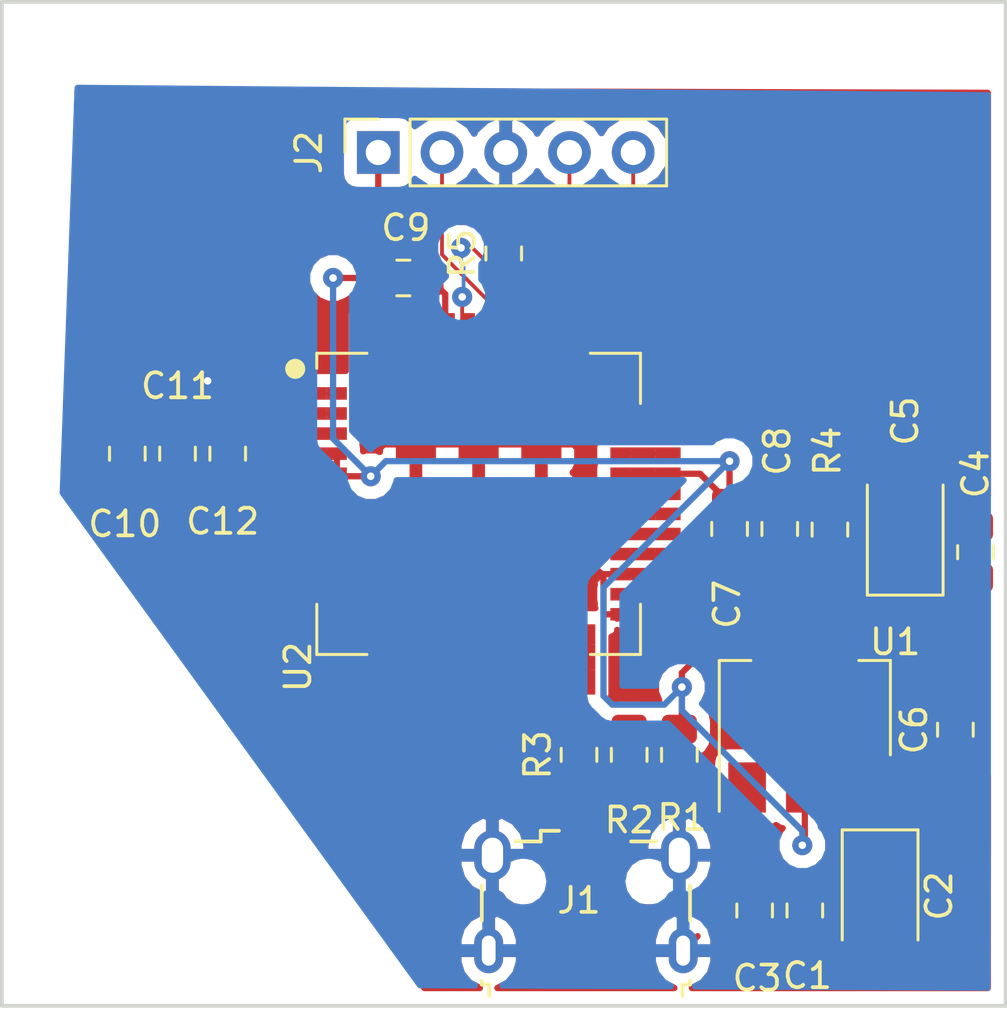
<source format=kicad_pcb>
(kicad_pcb (version 20171130) (host pcbnew "(5.0.2)-1")

  (general
    (thickness 1.6)
    (drawings 4)
    (tracks 168)
    (zones 0)
    (modules 21)
    (nets 47)
  )

  (page A4)
  (layers
    (0 F.Cu signal)
    (31 B.Cu signal)
    (32 B.Adhes user)
    (33 F.Adhes user)
    (34 B.Paste user)
    (35 F.Paste user)
    (36 B.SilkS user)
    (37 F.SilkS user)
    (38 B.Mask user)
    (39 F.Mask user)
    (40 Dwgs.User user)
    (41 Cmts.User user)
    (42 Eco1.User user)
    (43 Eco2.User user)
    (44 Edge.Cuts user)
    (45 Margin user)
    (46 B.CrtYd user)
    (47 F.CrtYd user)
    (48 B.Fab user)
    (49 F.Fab user hide)
  )

  (setup
    (last_trace_width 0.15)
    (trace_clearance 0.15)
    (zone_clearance 0.508)
    (zone_45_only no)
    (trace_min 0.15)
    (segment_width 0.2)
    (edge_width 0.15)
    (via_size 0.8)
    (via_drill 0.3)
    (via_min_size 0.4)
    (via_min_drill 0.3)
    (uvia_size 0.3)
    (uvia_drill 0.1)
    (uvias_allowed no)
    (uvia_min_size 0.2)
    (uvia_min_drill 0.1)
    (pcb_text_width 0.3)
    (pcb_text_size 1.5 1.5)
    (mod_edge_width 0.15)
    (mod_text_size 1 1)
    (mod_text_width 0.15)
    (pad_size 1.524 1.524)
    (pad_drill 0.762)
    (pad_to_mask_clearance 0.051)
    (solder_mask_min_width 0.25)
    (aux_axis_origin 0 0)
    (visible_elements FFFFFF7F)
    (pcbplotparams
      (layerselection 0x010c0_ffffffff)
      (usegerberextensions false)
      (usegerberattributes false)
      (usegerberadvancedattributes false)
      (creategerberjobfile false)
      (excludeedgelayer true)
      (linewidth 0.100000)
      (plotframeref false)
      (viasonmask false)
      (mode 1)
      (useauxorigin false)
      (hpglpennumber 1)
      (hpglpenspeed 20)
      (hpglpendiameter 15.000000)
      (psnegative false)
      (psa4output false)
      (plotreference true)
      (plotvalue true)
      (plotinvisibletext false)
      (padsonsilk true)
      (subtractmaskfromsilk false)
      (outputformat 1)
      (mirror false)
      (drillshape 0)
      (scaleselection 1)
      (outputdirectory "./"))
  )

  (net 0 "")
  (net 1 GND)
  (net 2 +5V)
  (net 3 +3V3)
  (net 4 "Net-(J1-Pad2)")
  (net 5 "Net-(J1-Pad3)")
  (net 6 "Net-(J1-Pad4)")
  (net 7 /SWCLK)
  (net 8 /SWDIO)
  (net 9 /NRST)
  (net 10 "Net-(R1-Pad2)")
  (net 11 "Net-(R2-Pad2)")
  (net 12 "Net-(R5-Pad1)")
  (net 13 "Net-(U2-Pad39)")
  (net 14 "Net-(U2-Pad38)")
  (net 15 "Net-(U2-Pad46)")
  (net 16 "Net-(U2-Pad40)")
  (net 17 "Net-(U2-Pad47)")
  (net 18 "Net-(U2-Pad45)")
  (net 19 "Net-(U2-Pad37)")
  (net 20 "Net-(U2-Pad28)")
  (net 21 "Net-(U2-Pad29)")
  (net 22 "Net-(U2-Pad33)")
  (net 23 "Net-(U2-Pad30)")
  (net 24 "Net-(U2-Pad26)")
  (net 25 "Net-(U2-Pad36)")
  (net 26 "Net-(U2-Pad31)")
  (net 27 "Net-(U2-Pad35)")
  (net 28 "Net-(U2-Pad14)")
  (net 29 "Net-(U2-Pad19)")
  (net 30 "Net-(U2-Pad22)")
  (net 31 "Net-(U2-Pad18)")
  (net 32 "Net-(U2-Pad21)")
  (net 33 "Net-(U2-Pad20)")
  (net 34 "Net-(U2-Pad24)")
  (net 35 "Net-(U2-Pad23)")
  (net 36 "Net-(U2-Pad16)")
  (net 37 "Net-(U2-Pad13)")
  (net 38 "Net-(U2-Pad17)")
  (net 39 "Net-(U2-Pad15)")
  (net 40 "Net-(U2-Pad1)")
  (net 41 "Net-(U2-Pad8)")
  (net 42 "Net-(U2-Pad10)")
  (net 43 "Net-(U2-Pad9)")
  (net 44 "Net-(U2-Pad12)")
  (net 45 "Net-(U2-Pad2)")
  (net 46 "Net-(U2-Pad11)")

  (net_class Default "This is the default net class."
    (clearance 0.15)
    (trace_width 0.15)
    (via_dia 0.8)
    (via_drill 0.3)
    (uvia_dia 0.3)
    (uvia_drill 0.1)
    (add_net /NRST)
    (add_net /SWCLK)
    (add_net /SWDIO)
    (add_net "Net-(J1-Pad2)")
    (add_net "Net-(J1-Pad3)")
    (add_net "Net-(J1-Pad4)")
    (add_net "Net-(R1-Pad2)")
    (add_net "Net-(R2-Pad2)")
    (add_net "Net-(R5-Pad1)")
    (add_net "Net-(U2-Pad1)")
    (add_net "Net-(U2-Pad10)")
    (add_net "Net-(U2-Pad11)")
    (add_net "Net-(U2-Pad12)")
    (add_net "Net-(U2-Pad13)")
    (add_net "Net-(U2-Pad14)")
    (add_net "Net-(U2-Pad15)")
    (add_net "Net-(U2-Pad16)")
    (add_net "Net-(U2-Pad17)")
    (add_net "Net-(U2-Pad18)")
    (add_net "Net-(U2-Pad19)")
    (add_net "Net-(U2-Pad2)")
    (add_net "Net-(U2-Pad20)")
    (add_net "Net-(U2-Pad21)")
    (add_net "Net-(U2-Pad22)")
    (add_net "Net-(U2-Pad23)")
    (add_net "Net-(U2-Pad24)")
    (add_net "Net-(U2-Pad26)")
    (add_net "Net-(U2-Pad28)")
    (add_net "Net-(U2-Pad29)")
    (add_net "Net-(U2-Pad30)")
    (add_net "Net-(U2-Pad31)")
    (add_net "Net-(U2-Pad33)")
    (add_net "Net-(U2-Pad35)")
    (add_net "Net-(U2-Pad36)")
    (add_net "Net-(U2-Pad37)")
    (add_net "Net-(U2-Pad38)")
    (add_net "Net-(U2-Pad39)")
    (add_net "Net-(U2-Pad40)")
    (add_net "Net-(U2-Pad45)")
    (add_net "Net-(U2-Pad46)")
    (add_net "Net-(U2-Pad47)")
    (add_net "Net-(U2-Pad8)")
    (add_net "Net-(U2-Pad9)")
  )

  (net_class Power ""
    (clearance 0.15)
    (trace_width 0.5)
    (via_dia 0.8)
    (via_drill 0.3)
    (uvia_dia 0.3)
    (uvia_drill 0.1)
    (add_net +3V3)
    (add_net +5V)
    (add_net GND)
  )

  (module Capacitor_SMD:C_0805_2012Metric_Pad1.15x1.40mm_HandSolder (layer F.Cu) (tedit 5B36C52B) (tstamp 5E4A6D0D)
    (at 125 116.2 90)
    (descr "Capacitor SMD 0805 (2012 Metric), square (rectangular) end terminal, IPC_7351 nominal with elongated pad for handsoldering. (Body size source: https://docs.google.com/spreadsheets/d/1BsfQQcO9C6DZCsRaXUlFlo91Tg2WpOkGARC1WS5S8t0/edit?usp=sharing), generated with kicad-footprint-generator")
    (tags "capacitor handsolder")
    (path /5E2B8B28)
    (attr smd)
    (fp_text reference C1 (at -2.6 0.1 180) (layer F.SilkS)
      (effects (font (size 1 1) (thickness 0.15)))
    )
    (fp_text value 100n (at 0 1.65 90) (layer F.Fab)
      (effects (font (size 1 1) (thickness 0.15)))
    )
    (fp_line (start -1 0.6) (end -1 -0.6) (layer F.Fab) (width 0.1))
    (fp_line (start -1 -0.6) (end 1 -0.6) (layer F.Fab) (width 0.1))
    (fp_line (start 1 -0.6) (end 1 0.6) (layer F.Fab) (width 0.1))
    (fp_line (start 1 0.6) (end -1 0.6) (layer F.Fab) (width 0.1))
    (fp_line (start -0.261252 -0.71) (end 0.261252 -0.71) (layer F.SilkS) (width 0.12))
    (fp_line (start -0.261252 0.71) (end 0.261252 0.71) (layer F.SilkS) (width 0.12))
    (fp_line (start -1.85 0.95) (end -1.85 -0.95) (layer F.CrtYd) (width 0.05))
    (fp_line (start -1.85 -0.95) (end 1.85 -0.95) (layer F.CrtYd) (width 0.05))
    (fp_line (start 1.85 -0.95) (end 1.85 0.95) (layer F.CrtYd) (width 0.05))
    (fp_line (start 1.85 0.95) (end -1.85 0.95) (layer F.CrtYd) (width 0.05))
    (fp_text user %R (at 0 0 90) (layer F.Fab)
      (effects (font (size 0.5 0.5) (thickness 0.08)))
    )
    (pad 1 smd roundrect (at -1.025 0 90) (size 1.15 1.4) (layers F.Cu F.Paste F.Mask) (roundrect_rratio 0.217391)
      (net 1 GND))
    (pad 2 smd roundrect (at 1.025 0 90) (size 1.15 1.4) (layers F.Cu F.Paste F.Mask) (roundrect_rratio 0.217391)
      (net 2 +5V))
    (model ${KISYS3DMOD}/Capacitor_SMD.3dshapes/C_0805_2012Metric.wrl
      (at (xyz 0 0 0))
      (scale (xyz 1 1 1))
      (rotate (xyz 0 0 0))
    )
  )

  (module Capacitor_Tantalum_SMD:CP_EIA-3528-21_Kemet-B_Pad1.50x2.35mm_HandSolder (layer F.Cu) (tedit 5B342532) (tstamp 5E4A6D20)
    (at 128 115.625 270)
    (descr "Tantalum Capacitor SMD Kemet-B (3528-21 Metric), IPC_7351 nominal, (Body size from: http://www.kemet.com/Lists/ProductCatalog/Attachments/253/KEM_TC101_STD.pdf), generated with kicad-footprint-generator")
    (tags "capacitor tantalum")
    (path /5E2D34F0)
    (attr smd)
    (fp_text reference C2 (at 0 -2.35 270) (layer F.SilkS)
      (effects (font (size 1 1) (thickness 0.15)))
    )
    (fp_text value 10u (at 0 2.35 270) (layer F.Fab)
      (effects (font (size 1 1) (thickness 0.15)))
    )
    (fp_text user %R (at 0 0 270) (layer F.Fab)
      (effects (font (size 0.88 0.88) (thickness 0.13)))
    )
    (fp_line (start 2.62 1.65) (end -2.62 1.65) (layer F.CrtYd) (width 0.05))
    (fp_line (start 2.62 -1.65) (end 2.62 1.65) (layer F.CrtYd) (width 0.05))
    (fp_line (start -2.62 -1.65) (end 2.62 -1.65) (layer F.CrtYd) (width 0.05))
    (fp_line (start -2.62 1.65) (end -2.62 -1.65) (layer F.CrtYd) (width 0.05))
    (fp_line (start -2.635 1.51) (end 1.75 1.51) (layer F.SilkS) (width 0.12))
    (fp_line (start -2.635 -1.51) (end -2.635 1.51) (layer F.SilkS) (width 0.12))
    (fp_line (start 1.75 -1.51) (end -2.635 -1.51) (layer F.SilkS) (width 0.12))
    (fp_line (start 1.75 1.4) (end 1.75 -1.4) (layer F.Fab) (width 0.1))
    (fp_line (start -1.75 1.4) (end 1.75 1.4) (layer F.Fab) (width 0.1))
    (fp_line (start -1.75 -0.7) (end -1.75 1.4) (layer F.Fab) (width 0.1))
    (fp_line (start -1.05 -1.4) (end -1.75 -0.7) (layer F.Fab) (width 0.1))
    (fp_line (start 1.75 -1.4) (end -1.05 -1.4) (layer F.Fab) (width 0.1))
    (pad 2 smd roundrect (at 1.625 0 270) (size 1.5 2.35) (layers F.Cu F.Paste F.Mask) (roundrect_rratio 0.166667)
      (net 1 GND))
    (pad 1 smd roundrect (at -1.625 0 270) (size 1.5 2.35) (layers F.Cu F.Paste F.Mask) (roundrect_rratio 0.166667)
      (net 2 +5V))
    (model ${KISYS3DMOD}/Capacitor_Tantalum_SMD.3dshapes/CP_EIA-3528-21_Kemet-B.wrl
      (at (xyz 0 0 0))
      (scale (xyz 1 1 1))
      (rotate (xyz 0 0 0))
    )
  )

  (module Capacitor_SMD:C_0805_2012Metric_Pad1.15x1.40mm_HandSolder (layer F.Cu) (tedit 5B36C52B) (tstamp 5E4A6D31)
    (at 123 116.2 90)
    (descr "Capacitor SMD 0805 (2012 Metric), square (rectangular) end terminal, IPC_7351 nominal with elongated pad for handsoldering. (Body size source: https://docs.google.com/spreadsheets/d/1BsfQQcO9C6DZCsRaXUlFlo91Tg2WpOkGARC1WS5S8t0/edit?usp=sharing), generated with kicad-footprint-generator")
    (tags "capacitor handsolder")
    (path /5E2B8B7E)
    (attr smd)
    (fp_text reference C3 (at -2.7 0.1 180) (layer F.SilkS)
      (effects (font (size 1 1) (thickness 0.15)))
    )
    (fp_text value 100n (at 0 1.65 90) (layer F.Fab)
      (effects (font (size 1 1) (thickness 0.15)))
    )
    (fp_text user %R (at 0 0 90) (layer F.Fab)
      (effects (font (size 0.5 0.5) (thickness 0.08)))
    )
    (fp_line (start 1.85 0.95) (end -1.85 0.95) (layer F.CrtYd) (width 0.05))
    (fp_line (start 1.85 -0.95) (end 1.85 0.95) (layer F.CrtYd) (width 0.05))
    (fp_line (start -1.85 -0.95) (end 1.85 -0.95) (layer F.CrtYd) (width 0.05))
    (fp_line (start -1.85 0.95) (end -1.85 -0.95) (layer F.CrtYd) (width 0.05))
    (fp_line (start -0.261252 0.71) (end 0.261252 0.71) (layer F.SilkS) (width 0.12))
    (fp_line (start -0.261252 -0.71) (end 0.261252 -0.71) (layer F.SilkS) (width 0.12))
    (fp_line (start 1 0.6) (end -1 0.6) (layer F.Fab) (width 0.1))
    (fp_line (start 1 -0.6) (end 1 0.6) (layer F.Fab) (width 0.1))
    (fp_line (start -1 -0.6) (end 1 -0.6) (layer F.Fab) (width 0.1))
    (fp_line (start -1 0.6) (end -1 -0.6) (layer F.Fab) (width 0.1))
    (pad 2 smd roundrect (at 1.025 0 90) (size 1.15 1.4) (layers F.Cu F.Paste F.Mask) (roundrect_rratio 0.217391)
      (net 2 +5V))
    (pad 1 smd roundrect (at -1.025 0 90) (size 1.15 1.4) (layers F.Cu F.Paste F.Mask) (roundrect_rratio 0.217391)
      (net 1 GND))
    (model ${KISYS3DMOD}/Capacitor_SMD.3dshapes/C_0805_2012Metric.wrl
      (at (xyz 0 0 0))
      (scale (xyz 1 1 1))
      (rotate (xyz 0 0 0))
    )
  )

  (module Capacitor_SMD:C_0805_2012Metric_Pad1.15x1.40mm_HandSolder (layer F.Cu) (tedit 5B36C52B) (tstamp 5E4A6D42)
    (at 131.8 101.925 270)
    (descr "Capacitor SMD 0805 (2012 Metric), square (rectangular) end terminal, IPC_7351 nominal with elongated pad for handsoldering. (Body size source: https://docs.google.com/spreadsheets/d/1BsfQQcO9C6DZCsRaXUlFlo91Tg2WpOkGARC1WS5S8t0/edit?usp=sharing), generated with kicad-footprint-generator")
    (tags "capacitor handsolder")
    (path /5E2C00B3)
    (attr smd)
    (fp_text reference C4 (at -3.125 0 270) (layer F.SilkS)
      (effects (font (size 1 1) (thickness 0.15)))
    )
    (fp_text value 100n (at 0 1.65 270) (layer F.Fab)
      (effects (font (size 1 1) (thickness 0.15)))
    )
    (fp_line (start -1 0.6) (end -1 -0.6) (layer F.Fab) (width 0.1))
    (fp_line (start -1 -0.6) (end 1 -0.6) (layer F.Fab) (width 0.1))
    (fp_line (start 1 -0.6) (end 1 0.6) (layer F.Fab) (width 0.1))
    (fp_line (start 1 0.6) (end -1 0.6) (layer F.Fab) (width 0.1))
    (fp_line (start -0.261252 -0.71) (end 0.261252 -0.71) (layer F.SilkS) (width 0.12))
    (fp_line (start -0.261252 0.71) (end 0.261252 0.71) (layer F.SilkS) (width 0.12))
    (fp_line (start -1.85 0.95) (end -1.85 -0.95) (layer F.CrtYd) (width 0.05))
    (fp_line (start -1.85 -0.95) (end 1.85 -0.95) (layer F.CrtYd) (width 0.05))
    (fp_line (start 1.85 -0.95) (end 1.85 0.95) (layer F.CrtYd) (width 0.05))
    (fp_line (start 1.85 0.95) (end -1.85 0.95) (layer F.CrtYd) (width 0.05))
    (fp_text user %R (at 0 0 270) (layer F.Fab)
      (effects (font (size 0.5 0.5) (thickness 0.08)))
    )
    (pad 1 smd roundrect (at -1.025 0 270) (size 1.15 1.4) (layers F.Cu F.Paste F.Mask) (roundrect_rratio 0.217391)
      (net 1 GND))
    (pad 2 smd roundrect (at 1.025 0 270) (size 1.15 1.4) (layers F.Cu F.Paste F.Mask) (roundrect_rratio 0.217391)
      (net 3 +3V3))
    (model ${KISYS3DMOD}/Capacitor_SMD.3dshapes/C_0805_2012Metric.wrl
      (at (xyz 0 0 0))
      (scale (xyz 1 1 1))
      (rotate (xyz 0 0 0))
    )
  )

  (module Capacitor_Tantalum_SMD:CP_EIA-3528-21_Kemet-B_Pad1.50x2.35mm_HandSolder (layer F.Cu) (tedit 5B342532) (tstamp 5E4A6D55)
    (at 129 101 90)
    (descr "Tantalum Capacitor SMD Kemet-B (3528-21 Metric), IPC_7351 nominal, (Body size from: http://www.kemet.com/Lists/ProductCatalog/Attachments/253/KEM_TC101_STD.pdf), generated with kicad-footprint-generator")
    (tags "capacitor tantalum")
    (path /5E2E3C48)
    (attr smd)
    (fp_text reference C5 (at 4.3 0 90) (layer F.SilkS)
      (effects (font (size 1 1) (thickness 0.15)))
    )
    (fp_text value 10u (at 0 2.35 90) (layer F.Fab)
      (effects (font (size 1 1) (thickness 0.15)))
    )
    (fp_line (start 1.75 -1.4) (end -1.05 -1.4) (layer F.Fab) (width 0.1))
    (fp_line (start -1.05 -1.4) (end -1.75 -0.7) (layer F.Fab) (width 0.1))
    (fp_line (start -1.75 -0.7) (end -1.75 1.4) (layer F.Fab) (width 0.1))
    (fp_line (start -1.75 1.4) (end 1.75 1.4) (layer F.Fab) (width 0.1))
    (fp_line (start 1.75 1.4) (end 1.75 -1.4) (layer F.Fab) (width 0.1))
    (fp_line (start 1.75 -1.51) (end -2.635 -1.51) (layer F.SilkS) (width 0.12))
    (fp_line (start -2.635 -1.51) (end -2.635 1.51) (layer F.SilkS) (width 0.12))
    (fp_line (start -2.635 1.51) (end 1.75 1.51) (layer F.SilkS) (width 0.12))
    (fp_line (start -2.62 1.65) (end -2.62 -1.65) (layer F.CrtYd) (width 0.05))
    (fp_line (start -2.62 -1.65) (end 2.62 -1.65) (layer F.CrtYd) (width 0.05))
    (fp_line (start 2.62 -1.65) (end 2.62 1.65) (layer F.CrtYd) (width 0.05))
    (fp_line (start 2.62 1.65) (end -2.62 1.65) (layer F.CrtYd) (width 0.05))
    (fp_text user %R (at 0 0 90) (layer F.Fab)
      (effects (font (size 0.88 0.88) (thickness 0.13)))
    )
    (pad 1 smd roundrect (at -1.625 0 90) (size 1.5 2.35) (layers F.Cu F.Paste F.Mask) (roundrect_rratio 0.166667)
      (net 3 +3V3))
    (pad 2 smd roundrect (at 1.625 0 90) (size 1.5 2.35) (layers F.Cu F.Paste F.Mask) (roundrect_rratio 0.166667)
      (net 1 GND))
    (model ${KISYS3DMOD}/Capacitor_Tantalum_SMD.3dshapes/CP_EIA-3528-21_Kemet-B.wrl
      (at (xyz 0 0 0))
      (scale (xyz 1 1 1))
      (rotate (xyz 0 0 0))
    )
  )

  (module Capacitor_SMD:C_0805_2012Metric_Pad1.15x1.40mm_HandSolder (layer F.Cu) (tedit 5B36C52B) (tstamp 5E4A6D66)
    (at 131 109 90)
    (descr "Capacitor SMD 0805 (2012 Metric), square (rectangular) end terminal, IPC_7351 nominal with elongated pad for handsoldering. (Body size source: https://docs.google.com/spreadsheets/d/1BsfQQcO9C6DZCsRaXUlFlo91Tg2WpOkGARC1WS5S8t0/edit?usp=sharing), generated with kicad-footprint-generator")
    (tags "capacitor handsolder")
    (path /5E2C0111)
    (attr smd)
    (fp_text reference C6 (at 0 -1.65 90) (layer F.SilkS)
      (effects (font (size 1 1) (thickness 0.15)))
    )
    (fp_text value 10u (at 0 1.65 90) (layer F.Fab)
      (effects (font (size 1 1) (thickness 0.15)))
    )
    (fp_text user %R (at 0 0 90) (layer F.Fab)
      (effects (font (size 0.5 0.5) (thickness 0.08)))
    )
    (fp_line (start 1.85 0.95) (end -1.85 0.95) (layer F.CrtYd) (width 0.05))
    (fp_line (start 1.85 -0.95) (end 1.85 0.95) (layer F.CrtYd) (width 0.05))
    (fp_line (start -1.85 -0.95) (end 1.85 -0.95) (layer F.CrtYd) (width 0.05))
    (fp_line (start -1.85 0.95) (end -1.85 -0.95) (layer F.CrtYd) (width 0.05))
    (fp_line (start -0.261252 0.71) (end 0.261252 0.71) (layer F.SilkS) (width 0.12))
    (fp_line (start -0.261252 -0.71) (end 0.261252 -0.71) (layer F.SilkS) (width 0.12))
    (fp_line (start 1 0.6) (end -1 0.6) (layer F.Fab) (width 0.1))
    (fp_line (start 1 -0.6) (end 1 0.6) (layer F.Fab) (width 0.1))
    (fp_line (start -1 -0.6) (end 1 -0.6) (layer F.Fab) (width 0.1))
    (fp_line (start -1 0.6) (end -1 -0.6) (layer F.Fab) (width 0.1))
    (pad 2 smd roundrect (at 1.025 0 90) (size 1.15 1.4) (layers F.Cu F.Paste F.Mask) (roundrect_rratio 0.217391)
      (net 3 +3V3))
    (pad 1 smd roundrect (at -1.025 0 90) (size 1.15 1.4) (layers F.Cu F.Paste F.Mask) (roundrect_rratio 0.217391)
      (net 1 GND))
    (model ${KISYS3DMOD}/Capacitor_SMD.3dshapes/C_0805_2012Metric.wrl
      (at (xyz 0 0 0))
      (scale (xyz 1 1 1))
      (rotate (xyz 0 0 0))
    )
  )

  (module Capacitor_SMD:C_0805_2012Metric_Pad1.15x1.40mm_HandSolder (layer F.Cu) (tedit 5B36C52B) (tstamp 5E4A6D77)
    (at 122 101 270)
    (descr "Capacitor SMD 0805 (2012 Metric), square (rectangular) end terminal, IPC_7351 nominal with elongated pad for handsoldering. (Body size source: https://docs.google.com/spreadsheets/d/1BsfQQcO9C6DZCsRaXUlFlo91Tg2WpOkGARC1WS5S8t0/edit?usp=sharing), generated with kicad-footprint-generator")
    (tags "capacitor handsolder")
    (path /5E2A9E16)
    (attr smd)
    (fp_text reference C7 (at 3 0.1 270) (layer F.SilkS)
      (effects (font (size 1 1) (thickness 0.15)))
    )
    (fp_text value 10u (at 0 1.65 270) (layer F.Fab)
      (effects (font (size 1 1) (thickness 0.15)))
    )
    (fp_text user %R (at 0 0 270) (layer F.Fab)
      (effects (font (size 0.5 0.5) (thickness 0.08)))
    )
    (fp_line (start 1.85 0.95) (end -1.85 0.95) (layer F.CrtYd) (width 0.05))
    (fp_line (start 1.85 -0.95) (end 1.85 0.95) (layer F.CrtYd) (width 0.05))
    (fp_line (start -1.85 -0.95) (end 1.85 -0.95) (layer F.CrtYd) (width 0.05))
    (fp_line (start -1.85 0.95) (end -1.85 -0.95) (layer F.CrtYd) (width 0.05))
    (fp_line (start -0.261252 0.71) (end 0.261252 0.71) (layer F.SilkS) (width 0.12))
    (fp_line (start -0.261252 -0.71) (end 0.261252 -0.71) (layer F.SilkS) (width 0.12))
    (fp_line (start 1 0.6) (end -1 0.6) (layer F.Fab) (width 0.1))
    (fp_line (start 1 -0.6) (end 1 0.6) (layer F.Fab) (width 0.1))
    (fp_line (start -1 -0.6) (end 1 -0.6) (layer F.Fab) (width 0.1))
    (fp_line (start -1 0.6) (end -1 -0.6) (layer F.Fab) (width 0.1))
    (pad 2 smd roundrect (at 1.025 0 270) (size 1.15 1.4) (layers F.Cu F.Paste F.Mask) (roundrect_rratio 0.217391)
      (net 1 GND))
    (pad 1 smd roundrect (at -1.025 0 270) (size 1.15 1.4) (layers F.Cu F.Paste F.Mask) (roundrect_rratio 0.217391)
      (net 3 +3V3))
    (model ${KISYS3DMOD}/Capacitor_SMD.3dshapes/C_0805_2012Metric.wrl
      (at (xyz 0 0 0))
      (scale (xyz 1 1 1))
      (rotate (xyz 0 0 0))
    )
  )

  (module Capacitor_SMD:C_0805_2012Metric_Pad1.15x1.40mm_HandSolder (layer F.Cu) (tedit 5B36C52B) (tstamp 5E4A6D88)
    (at 124 101 270)
    (descr "Capacitor SMD 0805 (2012 Metric), square (rectangular) end terminal, IPC_7351 nominal with elongated pad for handsoldering. (Body size source: https://docs.google.com/spreadsheets/d/1BsfQQcO9C6DZCsRaXUlFlo91Tg2WpOkGARC1WS5S8t0/edit?usp=sharing), generated with kicad-footprint-generator")
    (tags "capacitor handsolder")
    (path /5E2A9DA2)
    (attr smd)
    (fp_text reference C8 (at -3.1 0.1 270) (layer F.SilkS)
      (effects (font (size 1 1) (thickness 0.15)))
    )
    (fp_text value 0.1u (at 0 1.65 270) (layer F.Fab)
      (effects (font (size 1 1) (thickness 0.15)))
    )
    (fp_line (start -1 0.6) (end -1 -0.6) (layer F.Fab) (width 0.1))
    (fp_line (start -1 -0.6) (end 1 -0.6) (layer F.Fab) (width 0.1))
    (fp_line (start 1 -0.6) (end 1 0.6) (layer F.Fab) (width 0.1))
    (fp_line (start 1 0.6) (end -1 0.6) (layer F.Fab) (width 0.1))
    (fp_line (start -0.261252 -0.71) (end 0.261252 -0.71) (layer F.SilkS) (width 0.12))
    (fp_line (start -0.261252 0.71) (end 0.261252 0.71) (layer F.SilkS) (width 0.12))
    (fp_line (start -1.85 0.95) (end -1.85 -0.95) (layer F.CrtYd) (width 0.05))
    (fp_line (start -1.85 -0.95) (end 1.85 -0.95) (layer F.CrtYd) (width 0.05))
    (fp_line (start 1.85 -0.95) (end 1.85 0.95) (layer F.CrtYd) (width 0.05))
    (fp_line (start 1.85 0.95) (end -1.85 0.95) (layer F.CrtYd) (width 0.05))
    (fp_text user %R (at 0 0 270) (layer F.Fab)
      (effects (font (size 0.5 0.5) (thickness 0.08)))
    )
    (pad 1 smd roundrect (at -1.025 0 270) (size 1.15 1.4) (layers F.Cu F.Paste F.Mask) (roundrect_rratio 0.217391)
      (net 3 +3V3))
    (pad 2 smd roundrect (at 1.025 0 270) (size 1.15 1.4) (layers F.Cu F.Paste F.Mask) (roundrect_rratio 0.217391)
      (net 1 GND))
    (model ${KISYS3DMOD}/Capacitor_SMD.3dshapes/C_0805_2012Metric.wrl
      (at (xyz 0 0 0))
      (scale (xyz 1 1 1))
      (rotate (xyz 0 0 0))
    )
  )

  (module Capacitor_SMD:C_0805_2012Metric_Pad1.15x1.40mm_HandSolder (layer F.Cu) (tedit 5B36C52B) (tstamp 5E4A6D99)
    (at 109 91 180)
    (descr "Capacitor SMD 0805 (2012 Metric), square (rectangular) end terminal, IPC_7351 nominal with elongated pad for handsoldering. (Body size source: https://docs.google.com/spreadsheets/d/1BsfQQcO9C6DZCsRaXUlFlo91Tg2WpOkGARC1WS5S8t0/edit?usp=sharing), generated with kicad-footprint-generator")
    (tags "capacitor handsolder")
    (path /5E2AA5C2)
    (attr smd)
    (fp_text reference C9 (at -0.1 2 180) (layer F.SilkS)
      (effects (font (size 1 1) (thickness 0.15)))
    )
    (fp_text value 1u (at 0 1.65 180) (layer F.Fab)
      (effects (font (size 1 1) (thickness 0.15)))
    )
    (fp_line (start -1 0.6) (end -1 -0.6) (layer F.Fab) (width 0.1))
    (fp_line (start -1 -0.6) (end 1 -0.6) (layer F.Fab) (width 0.1))
    (fp_line (start 1 -0.6) (end 1 0.6) (layer F.Fab) (width 0.1))
    (fp_line (start 1 0.6) (end -1 0.6) (layer F.Fab) (width 0.1))
    (fp_line (start -0.261252 -0.71) (end 0.261252 -0.71) (layer F.SilkS) (width 0.12))
    (fp_line (start -0.261252 0.71) (end 0.261252 0.71) (layer F.SilkS) (width 0.12))
    (fp_line (start -1.85 0.95) (end -1.85 -0.95) (layer F.CrtYd) (width 0.05))
    (fp_line (start -1.85 -0.95) (end 1.85 -0.95) (layer F.CrtYd) (width 0.05))
    (fp_line (start 1.85 -0.95) (end 1.85 0.95) (layer F.CrtYd) (width 0.05))
    (fp_line (start 1.85 0.95) (end -1.85 0.95) (layer F.CrtYd) (width 0.05))
    (fp_text user %R (at 0 0 180) (layer F.Fab)
      (effects (font (size 0.5 0.5) (thickness 0.08)))
    )
    (pad 1 smd roundrect (at -1.025 0 180) (size 1.15 1.4) (layers F.Cu F.Paste F.Mask) (roundrect_rratio 0.217391)
      (net 1 GND))
    (pad 2 smd roundrect (at 1.025 0 180) (size 1.15 1.4) (layers F.Cu F.Paste F.Mask) (roundrect_rratio 0.217391)
      (net 3 +3V3))
    (model ${KISYS3DMOD}/Capacitor_SMD.3dshapes/C_0805_2012Metric.wrl
      (at (xyz 0 0 0))
      (scale (xyz 1 1 1))
      (rotate (xyz 0 0 0))
    )
  )

  (module Capacitor_SMD:C_0805_2012Metric_Pad1.15x1.40mm_HandSolder (layer F.Cu) (tedit 5B36C52B) (tstamp 5E4A6DAA)
    (at 98 98 90)
    (descr "Capacitor SMD 0805 (2012 Metric), square (rectangular) end terminal, IPC_7351 nominal with elongated pad for handsoldering. (Body size source: https://docs.google.com/spreadsheets/d/1BsfQQcO9C6DZCsRaXUlFlo91Tg2WpOkGARC1WS5S8t0/edit?usp=sharing), generated with kicad-footprint-generator")
    (tags "capacitor handsolder")
    (path /5E2A9CE4)
    (attr smd)
    (fp_text reference C10 (at -2.8 -0.1 180) (layer F.SilkS)
      (effects (font (size 1 1) (thickness 0.15)))
    )
    (fp_text value 10u (at 0 1.65 90) (layer F.Fab)
      (effects (font (size 1 1) (thickness 0.15)))
    )
    (fp_text user %R (at 0 0 90) (layer F.Fab)
      (effects (font (size 0.5 0.5) (thickness 0.08)))
    )
    (fp_line (start 1.85 0.95) (end -1.85 0.95) (layer F.CrtYd) (width 0.05))
    (fp_line (start 1.85 -0.95) (end 1.85 0.95) (layer F.CrtYd) (width 0.05))
    (fp_line (start -1.85 -0.95) (end 1.85 -0.95) (layer F.CrtYd) (width 0.05))
    (fp_line (start -1.85 0.95) (end -1.85 -0.95) (layer F.CrtYd) (width 0.05))
    (fp_line (start -0.261252 0.71) (end 0.261252 0.71) (layer F.SilkS) (width 0.12))
    (fp_line (start -0.261252 -0.71) (end 0.261252 -0.71) (layer F.SilkS) (width 0.12))
    (fp_line (start 1 0.6) (end -1 0.6) (layer F.Fab) (width 0.1))
    (fp_line (start 1 -0.6) (end 1 0.6) (layer F.Fab) (width 0.1))
    (fp_line (start -1 -0.6) (end 1 -0.6) (layer F.Fab) (width 0.1))
    (fp_line (start -1 0.6) (end -1 -0.6) (layer F.Fab) (width 0.1))
    (pad 2 smd roundrect (at 1.025 0 90) (size 1.15 1.4) (layers F.Cu F.Paste F.Mask) (roundrect_rratio 0.217391)
      (net 1 GND))
    (pad 1 smd roundrect (at -1.025 0 90) (size 1.15 1.4) (layers F.Cu F.Paste F.Mask) (roundrect_rratio 0.217391)
      (net 3 +3V3))
    (model ${KISYS3DMOD}/Capacitor_SMD.3dshapes/C_0805_2012Metric.wrl
      (at (xyz 0 0 0))
      (scale (xyz 1 1 1))
      (rotate (xyz 0 0 0))
    )
  )

  (module Capacitor_SMD:C_0805_2012Metric_Pad1.15x1.40mm_HandSolder (layer F.Cu) (tedit 5B36C52B) (tstamp 5E4A6DBB)
    (at 100 98 90)
    (descr "Capacitor SMD 0805 (2012 Metric), square (rectangular) end terminal, IPC_7351 nominal with elongated pad for handsoldering. (Body size source: https://docs.google.com/spreadsheets/d/1BsfQQcO9C6DZCsRaXUlFlo91Tg2WpOkGARC1WS5S8t0/edit?usp=sharing), generated with kicad-footprint-generator")
    (tags "capacitor handsolder")
    (path /5E2A9D54)
    (attr smd)
    (fp_text reference C11 (at 2.7 0 180) (layer F.SilkS)
      (effects (font (size 1 1) (thickness 0.15)))
    )
    (fp_text value 1u (at 0 1.65 90) (layer F.Fab)
      (effects (font (size 1 1) (thickness 0.15)))
    )
    (fp_line (start -1 0.6) (end -1 -0.6) (layer F.Fab) (width 0.1))
    (fp_line (start -1 -0.6) (end 1 -0.6) (layer F.Fab) (width 0.1))
    (fp_line (start 1 -0.6) (end 1 0.6) (layer F.Fab) (width 0.1))
    (fp_line (start 1 0.6) (end -1 0.6) (layer F.Fab) (width 0.1))
    (fp_line (start -0.261252 -0.71) (end 0.261252 -0.71) (layer F.SilkS) (width 0.12))
    (fp_line (start -0.261252 0.71) (end 0.261252 0.71) (layer F.SilkS) (width 0.12))
    (fp_line (start -1.85 0.95) (end -1.85 -0.95) (layer F.CrtYd) (width 0.05))
    (fp_line (start -1.85 -0.95) (end 1.85 -0.95) (layer F.CrtYd) (width 0.05))
    (fp_line (start 1.85 -0.95) (end 1.85 0.95) (layer F.CrtYd) (width 0.05))
    (fp_line (start 1.85 0.95) (end -1.85 0.95) (layer F.CrtYd) (width 0.05))
    (fp_text user %R (at 0 0 90) (layer F.Fab)
      (effects (font (size 0.5 0.5) (thickness 0.08)))
    )
    (pad 1 smd roundrect (at -1.025 0 90) (size 1.15 1.4) (layers F.Cu F.Paste F.Mask) (roundrect_rratio 0.217391)
      (net 3 +3V3))
    (pad 2 smd roundrect (at 1.025 0 90) (size 1.15 1.4) (layers F.Cu F.Paste F.Mask) (roundrect_rratio 0.217391)
      (net 1 GND))
    (model ${KISYS3DMOD}/Capacitor_SMD.3dshapes/C_0805_2012Metric.wrl
      (at (xyz 0 0 0))
      (scale (xyz 1 1 1))
      (rotate (xyz 0 0 0))
    )
  )

  (module Capacitor_SMD:C_0805_2012Metric_Pad1.15x1.40mm_HandSolder (layer F.Cu) (tedit 5B36C52B) (tstamp 5E4A6DCC)
    (at 102 98 90)
    (descr "Capacitor SMD 0805 (2012 Metric), square (rectangular) end terminal, IPC_7351 nominal with elongated pad for handsoldering. (Body size source: https://docs.google.com/spreadsheets/d/1BsfQQcO9C6DZCsRaXUlFlo91Tg2WpOkGARC1WS5S8t0/edit?usp=sharing), generated with kicad-footprint-generator")
    (tags "capacitor handsolder")
    (path /5E2A9D7A)
    (attr smd)
    (fp_text reference C12 (at -2.7 -0.2 180) (layer F.SilkS)
      (effects (font (size 1 1) (thickness 0.15)))
    )
    (fp_text value 0.1u (at 3.8 0.1 180) (layer F.Fab)
      (effects (font (size 1 1) (thickness 0.15)))
    )
    (fp_text user %R (at 0 0 90) (layer F.Fab)
      (effects (font (size 0.5 0.5) (thickness 0.08)))
    )
    (fp_line (start 1.85 0.95) (end -1.85 0.95) (layer F.CrtYd) (width 0.05))
    (fp_line (start 1.85 -0.95) (end 1.85 0.95) (layer F.CrtYd) (width 0.05))
    (fp_line (start -1.85 -0.95) (end 1.85 -0.95) (layer F.CrtYd) (width 0.05))
    (fp_line (start -1.85 0.95) (end -1.85 -0.95) (layer F.CrtYd) (width 0.05))
    (fp_line (start -0.261252 0.71) (end 0.261252 0.71) (layer F.SilkS) (width 0.12))
    (fp_line (start -0.261252 -0.71) (end 0.261252 -0.71) (layer F.SilkS) (width 0.12))
    (fp_line (start 1 0.6) (end -1 0.6) (layer F.Fab) (width 0.1))
    (fp_line (start 1 -0.6) (end 1 0.6) (layer F.Fab) (width 0.1))
    (fp_line (start -1 -0.6) (end 1 -0.6) (layer F.Fab) (width 0.1))
    (fp_line (start -1 0.6) (end -1 -0.6) (layer F.Fab) (width 0.1))
    (pad 2 smd roundrect (at 1.025 0 90) (size 1.15 1.4) (layers F.Cu F.Paste F.Mask) (roundrect_rratio 0.217391)
      (net 1 GND))
    (pad 1 smd roundrect (at -1.025 0 90) (size 1.15 1.4) (layers F.Cu F.Paste F.Mask) (roundrect_rratio 0.217391)
      (net 3 +3V3))
    (model ${KISYS3DMOD}/Capacitor_SMD.3dshapes/C_0805_2012Metric.wrl
      (at (xyz 0 0 0))
      (scale (xyz 1 1 1))
      (rotate (xyz 0 0 0))
    )
  )

  (module Connector_USB:USB_Micro-B_Wuerth_629105150521 (layer F.Cu) (tedit 5A142044) (tstamp 5E4A6DFB)
    (at 116.275 115.85)
    (descr "USB Micro-B receptacle, http://www.mouser.com/ds/2/445/629105150521-469306.pdf")
    (tags "usb micro receptacle")
    (path /5E2B78D6)
    (attr smd)
    (fp_text reference J1 (at -0.275 -0.05) (layer F.SilkS)
      (effects (font (size 1 1) (thickness 0.15)))
    )
    (fp_text value USB_OTG (at 0 5.6) (layer F.Fab)
      (effects (font (size 1 1) (thickness 0.15)))
    )
    (fp_line (start -4 -2.25) (end -4 3.15) (layer F.Fab) (width 0.15))
    (fp_line (start -4 3.15) (end -3.7 3.15) (layer F.Fab) (width 0.15))
    (fp_line (start -3.7 3.15) (end -3.7 4.35) (layer F.Fab) (width 0.15))
    (fp_line (start -3.7 4.35) (end 3.7 4.35) (layer F.Fab) (width 0.15))
    (fp_line (start 3.7 4.35) (end 3.7 3.15) (layer F.Fab) (width 0.15))
    (fp_line (start 3.7 3.15) (end 4 3.15) (layer F.Fab) (width 0.15))
    (fp_line (start 4 3.15) (end 4 -2.25) (layer F.Fab) (width 0.15))
    (fp_line (start 4 -2.25) (end -4 -2.25) (layer F.Fab) (width 0.15))
    (fp_line (start -2.7 3.75) (end 2.7 3.75) (layer F.Fab) (width 0.15))
    (fp_line (start -1.075 -2.725) (end -1.3 -2.55) (layer F.Fab) (width 0.15))
    (fp_line (start -1.3 -2.55) (end -1.525 -2.725) (layer F.Fab) (width 0.15))
    (fp_line (start -1.525 -2.725) (end -1.525 -2.95) (layer F.Fab) (width 0.15))
    (fp_line (start -1.525 -2.95) (end -1.075 -2.95) (layer F.Fab) (width 0.15))
    (fp_line (start -1.075 -2.95) (end -1.075 -2.725) (layer F.Fab) (width 0.15))
    (fp_line (start -4.15 -0.65) (end -4.15 0.75) (layer F.SilkS) (width 0.15))
    (fp_line (start -4.15 3.15) (end -4.15 3.3) (layer F.SilkS) (width 0.15))
    (fp_line (start -4.15 3.3) (end -3.85 3.3) (layer F.SilkS) (width 0.15))
    (fp_line (start -3.85 3.3) (end -3.85 3.75) (layer F.SilkS) (width 0.15))
    (fp_line (start 3.85 3.75) (end 3.85 3.3) (layer F.SilkS) (width 0.15))
    (fp_line (start 3.85 3.3) (end 4.15 3.3) (layer F.SilkS) (width 0.15))
    (fp_line (start 4.15 3.3) (end 4.15 3.15) (layer F.SilkS) (width 0.15))
    (fp_line (start 4.15 0.75) (end 4.15 -0.65) (layer F.SilkS) (width 0.15))
    (fp_line (start -1.075 -2.825) (end -1.8 -2.825) (layer F.SilkS) (width 0.15))
    (fp_line (start -1.8 -2.825) (end -1.8 -2.4) (layer F.SilkS) (width 0.15))
    (fp_line (start -1.8 -2.4) (end -2.8 -2.4) (layer F.SilkS) (width 0.15))
    (fp_line (start 1.8 -2.4) (end 2.8 -2.4) (layer F.SilkS) (width 0.15))
    (fp_line (start -4.94 -3.34) (end -4.94 4.85) (layer F.CrtYd) (width 0.05))
    (fp_line (start -4.94 4.85) (end 4.95 4.85) (layer F.CrtYd) (width 0.05))
    (fp_line (start 4.95 4.85) (end 4.95 -3.34) (layer F.CrtYd) (width 0.05))
    (fp_line (start 4.95 -3.34) (end -4.94 -3.34) (layer F.CrtYd) (width 0.05))
    (fp_text user %R (at 0 1.05) (layer F.Fab)
      (effects (font (size 1 1) (thickness 0.15)))
    )
    (fp_text user "PCB Edge" (at 0 3.75) (layer Dwgs.User)
      (effects (font (size 0.5 0.5) (thickness 0.08)))
    )
    (pad 1 smd rect (at -1.3 -1.9) (size 0.45 1.3) (layers F.Cu F.Paste F.Mask)
      (net 2 +5V))
    (pad 2 smd rect (at -0.65 -1.9) (size 0.45 1.3) (layers F.Cu F.Paste F.Mask)
      (net 4 "Net-(J1-Pad2)"))
    (pad 3 smd rect (at 0 -1.9) (size 0.45 1.3) (layers F.Cu F.Paste F.Mask)
      (net 5 "Net-(J1-Pad3)"))
    (pad 4 smd rect (at 0.65 -1.9) (size 0.45 1.3) (layers F.Cu F.Paste F.Mask)
      (net 6 "Net-(J1-Pad4)"))
    (pad 5 smd rect (at 1.3 -1.9) (size 0.45 1.3) (layers F.Cu F.Paste F.Mask)
      (net 1 GND))
    (pad 6 thru_hole oval (at -3.725 -1.85) (size 1.45 2) (drill oval 0.85 1.4) (layers *.Cu *.Mask)
      (net 1 GND))
    (pad 6 thru_hole oval (at 3.725 -1.85) (size 1.45 2) (drill oval 0.85 1.4) (layers *.Cu *.Mask)
      (net 1 GND))
    (pad 6 thru_hole oval (at -3.875 1.95) (size 1.15 1.8) (drill oval 0.55 1.2) (layers *.Cu *.Mask)
      (net 1 GND))
    (pad 6 thru_hole oval (at 3.875 1.95) (size 1.15 1.8) (drill oval 0.55 1.2) (layers *.Cu *.Mask)
      (net 1 GND))
    (pad "" np_thru_hole oval (at -2.5 -0.8) (size 0.8 0.8) (drill 0.8) (layers *.Cu *.Mask))
    (pad "" np_thru_hole oval (at 2.5 -0.8) (size 0.8 0.8) (drill 0.8) (layers *.Cu *.Mask))
    (model ${KISYS3DMOD}/Connector_USB.3dshapes/USB_Micro-B_Wuerth_629105150521.wrl
      (at (xyz 0 0 0))
      (scale (xyz 1 1 1))
      (rotate (xyz 0 0 0))
    )
  )

  (module Connector_PinSocket_2.54mm:PinSocket_1x05_P2.54mm_Vertical (layer F.Cu) (tedit 5A19A420) (tstamp 5E4A6E14)
    (at 108 86 90)
    (descr "Through hole straight socket strip, 1x05, 2.54mm pitch, single row (from Kicad 4.0.7), script generated")
    (tags "Through hole socket strip THT 1x05 2.54mm single row")
    (path /5E2AC4F9)
    (fp_text reference J2 (at 0 -2.77 90) (layer F.SilkS)
      (effects (font (size 1 1) (thickness 0.15)))
    )
    (fp_text value "SWD connector" (at 0 12.93 90) (layer F.Fab)
      (effects (font (size 1 1) (thickness 0.15)))
    )
    (fp_text user %R (at 0 5.08 180) (layer F.Fab)
      (effects (font (size 1 1) (thickness 0.15)))
    )
    (fp_line (start -1.8 11.9) (end -1.8 -1.8) (layer F.CrtYd) (width 0.05))
    (fp_line (start 1.75 11.9) (end -1.8 11.9) (layer F.CrtYd) (width 0.05))
    (fp_line (start 1.75 -1.8) (end 1.75 11.9) (layer F.CrtYd) (width 0.05))
    (fp_line (start -1.8 -1.8) (end 1.75 -1.8) (layer F.CrtYd) (width 0.05))
    (fp_line (start 0 -1.33) (end 1.33 -1.33) (layer F.SilkS) (width 0.12))
    (fp_line (start 1.33 -1.33) (end 1.33 0) (layer F.SilkS) (width 0.12))
    (fp_line (start 1.33 1.27) (end 1.33 11.49) (layer F.SilkS) (width 0.12))
    (fp_line (start -1.33 11.49) (end 1.33 11.49) (layer F.SilkS) (width 0.12))
    (fp_line (start -1.33 1.27) (end -1.33 11.49) (layer F.SilkS) (width 0.12))
    (fp_line (start -1.33 1.27) (end 1.33 1.27) (layer F.SilkS) (width 0.12))
    (fp_line (start -1.27 11.43) (end -1.27 -1.27) (layer F.Fab) (width 0.1))
    (fp_line (start 1.27 11.43) (end -1.27 11.43) (layer F.Fab) (width 0.1))
    (fp_line (start 1.27 -0.635) (end 1.27 11.43) (layer F.Fab) (width 0.1))
    (fp_line (start 0.635 -1.27) (end 1.27 -0.635) (layer F.Fab) (width 0.1))
    (fp_line (start -1.27 -1.27) (end 0.635 -1.27) (layer F.Fab) (width 0.1))
    (pad 5 thru_hole oval (at 0 10.16 90) (size 1.7 1.7) (drill 1) (layers *.Cu *.Mask)
      (net 9 /NRST))
    (pad 4 thru_hole oval (at 0 7.62 90) (size 1.7 1.7) (drill 1) (layers *.Cu *.Mask)
      (net 8 /SWDIO))
    (pad 3 thru_hole oval (at 0 5.08 90) (size 1.7 1.7) (drill 1) (layers *.Cu *.Mask)
      (net 1 GND))
    (pad 2 thru_hole oval (at 0 2.54 90) (size 1.7 1.7) (drill 1) (layers *.Cu *.Mask)
      (net 7 /SWCLK))
    (pad 1 thru_hole rect (at 0 0 90) (size 1.7 1.7) (drill 1) (layers *.Cu *.Mask)
      (net 3 +3V3))
    (model ${KISYS3DMOD}/Connector_PinSocket_2.54mm.3dshapes/PinSocket_1x05_P2.54mm_Vertical.wrl
      (at (xyz 0 0 0))
      (scale (xyz 1 1 1))
      (rotate (xyz 0 0 0))
    )
  )

  (module Resistor_SMD:R_0805_2012Metric_Pad1.15x1.40mm_HandSolder (layer F.Cu) (tedit 5B36C52B) (tstamp 5E4A6E25)
    (at 120 110 270)
    (descr "Resistor SMD 0805 (2012 Metric), square (rectangular) end terminal, IPC_7351 nominal with elongated pad for handsoldering. (Body size source: https://docs.google.com/spreadsheets/d/1BsfQQcO9C6DZCsRaXUlFlo91Tg2WpOkGARC1WS5S8t0/edit?usp=sharing), generated with kicad-footprint-generator")
    (tags "resistor handsolder")
    (path /5E2D9274)
    (attr smd)
    (fp_text reference R1 (at 2.5 -0.1) (layer F.SilkS)
      (effects (font (size 1 1) (thickness 0.15)))
    )
    (fp_text value 10k (at 0 1.65 270) (layer F.Fab)
      (effects (font (size 1 1) (thickness 0.15)))
    )
    (fp_text user %R (at 0 0 270) (layer F.Fab)
      (effects (font (size 0.5 0.5) (thickness 0.08)))
    )
    (fp_line (start 1.85 0.95) (end -1.85 0.95) (layer F.CrtYd) (width 0.05))
    (fp_line (start 1.85 -0.95) (end 1.85 0.95) (layer F.CrtYd) (width 0.05))
    (fp_line (start -1.85 -0.95) (end 1.85 -0.95) (layer F.CrtYd) (width 0.05))
    (fp_line (start -1.85 0.95) (end -1.85 -0.95) (layer F.CrtYd) (width 0.05))
    (fp_line (start -0.261252 0.71) (end 0.261252 0.71) (layer F.SilkS) (width 0.12))
    (fp_line (start -0.261252 -0.71) (end 0.261252 -0.71) (layer F.SilkS) (width 0.12))
    (fp_line (start 1 0.6) (end -1 0.6) (layer F.Fab) (width 0.1))
    (fp_line (start 1 -0.6) (end 1 0.6) (layer F.Fab) (width 0.1))
    (fp_line (start -1 -0.6) (end 1 -0.6) (layer F.Fab) (width 0.1))
    (fp_line (start -1 0.6) (end -1 -0.6) (layer F.Fab) (width 0.1))
    (pad 2 smd roundrect (at 1.025 0 270) (size 1.15 1.4) (layers F.Cu F.Paste F.Mask) (roundrect_rratio 0.217391)
      (net 10 "Net-(R1-Pad2)"))
    (pad 1 smd roundrect (at -1.025 0 270) (size 1.15 1.4) (layers F.Cu F.Paste F.Mask) (roundrect_rratio 0.217391)
      (net 3 +3V3))
    (model ${KISYS3DMOD}/Resistor_SMD.3dshapes/R_0805_2012Metric.wrl
      (at (xyz 0 0 0))
      (scale (xyz 1 1 1))
      (rotate (xyz 0 0 0))
    )
  )

  (module Resistor_SMD:R_0805_2012Metric_Pad1.15x1.40mm_HandSolder (layer F.Cu) (tedit 5B36C52B) (tstamp 5E4A6E36)
    (at 118 110 270)
    (descr "Resistor SMD 0805 (2012 Metric), square (rectangular) end terminal, IPC_7351 nominal with elongated pad for handsoldering. (Body size source: https://docs.google.com/spreadsheets/d/1BsfQQcO9C6DZCsRaXUlFlo91Tg2WpOkGARC1WS5S8t0/edit?usp=sharing), generated with kicad-footprint-generator")
    (tags "resistor handsolder")
    (path /5E2D92EC)
    (attr smd)
    (fp_text reference R2 (at 2.6 0) (layer F.SilkS)
      (effects (font (size 1 1) (thickness 0.15)))
    )
    (fp_text value 3,9k (at 0 1.65 270) (layer F.Fab)
      (effects (font (size 1 1) (thickness 0.15)))
    )
    (fp_line (start -1 0.6) (end -1 -0.6) (layer F.Fab) (width 0.1))
    (fp_line (start -1 -0.6) (end 1 -0.6) (layer F.Fab) (width 0.1))
    (fp_line (start 1 -0.6) (end 1 0.6) (layer F.Fab) (width 0.1))
    (fp_line (start 1 0.6) (end -1 0.6) (layer F.Fab) (width 0.1))
    (fp_line (start -0.261252 -0.71) (end 0.261252 -0.71) (layer F.SilkS) (width 0.12))
    (fp_line (start -0.261252 0.71) (end 0.261252 0.71) (layer F.SilkS) (width 0.12))
    (fp_line (start -1.85 0.95) (end -1.85 -0.95) (layer F.CrtYd) (width 0.05))
    (fp_line (start -1.85 -0.95) (end 1.85 -0.95) (layer F.CrtYd) (width 0.05))
    (fp_line (start 1.85 -0.95) (end 1.85 0.95) (layer F.CrtYd) (width 0.05))
    (fp_line (start 1.85 0.95) (end -1.85 0.95) (layer F.CrtYd) (width 0.05))
    (fp_text user %R (at 0 0 270) (layer F.Fab)
      (effects (font (size 0.5 0.5) (thickness 0.08)))
    )
    (pad 1 smd roundrect (at -1.025 0 270) (size 1.15 1.4) (layers F.Cu F.Paste F.Mask) (roundrect_rratio 0.217391)
      (net 10 "Net-(R1-Pad2)"))
    (pad 2 smd roundrect (at 1.025 0 270) (size 1.15 1.4) (layers F.Cu F.Paste F.Mask) (roundrect_rratio 0.217391)
      (net 11 "Net-(R2-Pad2)"))
    (model ${KISYS3DMOD}/Resistor_SMD.3dshapes/R_0805_2012Metric.wrl
      (at (xyz 0 0 0))
      (scale (xyz 1 1 1))
      (rotate (xyz 0 0 0))
    )
  )

  (module Resistor_SMD:R_0805_2012Metric_Pad1.15x1.40mm_HandSolder (layer F.Cu) (tedit 5E2FF549) (tstamp 5E4A6E47)
    (at 116 110 90)
    (descr "Resistor SMD 0805 (2012 Metric), square (rectangular) end terminal, IPC_7351 nominal with elongated pad for handsoldering. (Body size source: https://docs.google.com/spreadsheets/d/1BsfQQcO9C6DZCsRaXUlFlo91Tg2WpOkGARC1WS5S8t0/edit?usp=sharing), generated with kicad-footprint-generator")
    (tags "resistor handsolder")
    (path /5E2DFE83)
    (attr smd)
    (fp_text reference R3 (at 0 -1.65 90) (layer F.SilkS)
      (effects (font (size 1 1) (thickness 0.15)))
    )
    (fp_text value 2,2k (at 0 1.65 90) (layer F.Fab)
      (effects (font (size 1 1) (thickness 0.15)))
    )
    (fp_text user %R (at 0 0 90) (layer F.Fab)
      (effects (font (size 0.5 0.5) (thickness 0.08)))
    )
    (fp_line (start 1.85 0.95) (end -1.85 0.95) (layer F.CrtYd) (width 0.05))
    (fp_line (start 1.85 -0.95) (end 1.85 0.95) (layer F.CrtYd) (width 0.05))
    (fp_line (start -1.85 -0.95) (end 1.85 -0.95) (layer F.CrtYd) (width 0.05))
    (fp_line (start -1.85 0.95) (end -1.85 -0.95) (layer F.CrtYd) (width 0.05))
    (fp_line (start -0.261252 0.71) (end 0.261252 0.71) (layer F.SilkS) (width 0.12))
    (fp_line (start -0.261252 -0.71) (end 0.261252 -0.71) (layer F.SilkS) (width 0.12))
    (fp_line (start 1 0.6) (end -1 0.6) (layer F.Fab) (width 0.1))
    (fp_line (start 1 -0.6) (end 1 0.6) (layer F.Fab) (width 0.1))
    (fp_line (start -1 -0.6) (end 1 -0.6) (layer F.Fab) (width 0.1))
    (fp_line (start -1 0.6) (end -1 -0.6) (layer F.Fab) (width 0.1))
    (pad 2 smd roundrect (at 1.025 0 90) (size 1.15 1.4) (layers F.Cu F.Paste F.Mask) (roundrect_rratio 0.217391)
      (net 1 GND))
    (pad 1 smd roundrect (at -1.025 0 90) (size 1.15 1.4) (layers F.Cu F.Paste F.Mask) (roundrect_rratio 0.217391)
      (net 11 "Net-(R2-Pad2)"))
    (model ${KISYS3DMOD}/Resistor_SMD.3dshapes/R_0805_2012Metric.wrl
      (at (xyz 0 0 0))
      (scale (xyz 1 1 1))
      (rotate (xyz 0 0 0))
    )
  )

  (module Resistor_SMD:R_0805_2012Metric_Pad1.15x1.40mm_HandSolder (layer F.Cu) (tedit 5B36C52B) (tstamp 5E4A6E58)
    (at 126 101.025 270)
    (descr "Resistor SMD 0805 (2012 Metric), square (rectangular) end terminal, IPC_7351 nominal with elongated pad for handsoldering. (Body size source: https://docs.google.com/spreadsheets/d/1BsfQQcO9C6DZCsRaXUlFlo91Tg2WpOkGARC1WS5S8t0/edit?usp=sharing), generated with kicad-footprint-generator")
    (tags "resistor handsolder")
    (path /5E2B4F8B)
    (attr smd)
    (fp_text reference R4 (at -3.125 0.1 270) (layer F.SilkS)
      (effects (font (size 1 1) (thickness 0.15)))
    )
    (fp_text value 10k (at 0 1.65 270) (layer F.Fab)
      (effects (font (size 1 1) (thickness 0.15)))
    )
    (fp_line (start -1 0.6) (end -1 -0.6) (layer F.Fab) (width 0.1))
    (fp_line (start -1 -0.6) (end 1 -0.6) (layer F.Fab) (width 0.1))
    (fp_line (start 1 -0.6) (end 1 0.6) (layer F.Fab) (width 0.1))
    (fp_line (start 1 0.6) (end -1 0.6) (layer F.Fab) (width 0.1))
    (fp_line (start -0.261252 -0.71) (end 0.261252 -0.71) (layer F.SilkS) (width 0.12))
    (fp_line (start -0.261252 0.71) (end 0.261252 0.71) (layer F.SilkS) (width 0.12))
    (fp_line (start -1.85 0.95) (end -1.85 -0.95) (layer F.CrtYd) (width 0.05))
    (fp_line (start -1.85 -0.95) (end 1.85 -0.95) (layer F.CrtYd) (width 0.05))
    (fp_line (start 1.85 -0.95) (end 1.85 0.95) (layer F.CrtYd) (width 0.05))
    (fp_line (start 1.85 0.95) (end -1.85 0.95) (layer F.CrtYd) (width 0.05))
    (fp_text user %R (at 0 0 270) (layer F.Fab)
      (effects (font (size 0.5 0.5) (thickness 0.08)))
    )
    (pad 1 smd roundrect (at -1.025 0 270) (size 1.15 1.4) (layers F.Cu F.Paste F.Mask) (roundrect_rratio 0.217391)
      (net 9 /NRST))
    (pad 2 smd roundrect (at 1.025 0 270) (size 1.15 1.4) (layers F.Cu F.Paste F.Mask) (roundrect_rratio 0.217391)
      (net 1 GND))
    (model ${KISYS3DMOD}/Resistor_SMD.3dshapes/R_0805_2012Metric.wrl
      (at (xyz 0 0 0))
      (scale (xyz 1 1 1))
      (rotate (xyz 0 0 0))
    )
  )

  (module Resistor_SMD:R_0805_2012Metric_Pad1.15x1.40mm_HandSolder (layer F.Cu) (tedit 5B36C52B) (tstamp 5E4A6E69)
    (at 113 90.025 90)
    (descr "Resistor SMD 0805 (2012 Metric), square (rectangular) end terminal, IPC_7351 nominal with elongated pad for handsoldering. (Body size source: https://docs.google.com/spreadsheets/d/1BsfQQcO9C6DZCsRaXUlFlo91Tg2WpOkGARC1WS5S8t0/edit?usp=sharing), generated with kicad-footprint-generator")
    (tags "resistor handsolder")
    (path /5E2ABF46)
    (attr smd)
    (fp_text reference R5 (at 0 -1.65 90) (layer F.SilkS)
      (effects (font (size 1 1) (thickness 0.15)))
    )
    (fp_text value 10k (at 0 1.65 90) (layer F.Fab)
      (effects (font (size 1 1) (thickness 0.15)))
    )
    (fp_line (start -1 0.6) (end -1 -0.6) (layer F.Fab) (width 0.1))
    (fp_line (start -1 -0.6) (end 1 -0.6) (layer F.Fab) (width 0.1))
    (fp_line (start 1 -0.6) (end 1 0.6) (layer F.Fab) (width 0.1))
    (fp_line (start 1 0.6) (end -1 0.6) (layer F.Fab) (width 0.1))
    (fp_line (start -0.261252 -0.71) (end 0.261252 -0.71) (layer F.SilkS) (width 0.12))
    (fp_line (start -0.261252 0.71) (end 0.261252 0.71) (layer F.SilkS) (width 0.12))
    (fp_line (start -1.85 0.95) (end -1.85 -0.95) (layer F.CrtYd) (width 0.05))
    (fp_line (start -1.85 -0.95) (end 1.85 -0.95) (layer F.CrtYd) (width 0.05))
    (fp_line (start 1.85 -0.95) (end 1.85 0.95) (layer F.CrtYd) (width 0.05))
    (fp_line (start 1.85 0.95) (end -1.85 0.95) (layer F.CrtYd) (width 0.05))
    (fp_text user %R (at 0 0 90) (layer F.Fab)
      (effects (font (size 0.5 0.5) (thickness 0.08)))
    )
    (pad 1 smd roundrect (at -1.025 0 90) (size 1.15 1.4) (layers F.Cu F.Paste F.Mask) (roundrect_rratio 0.217391)
      (net 12 "Net-(R5-Pad1)"))
    (pad 2 smd roundrect (at 1.025 0 90) (size 1.15 1.4) (layers F.Cu F.Paste F.Mask) (roundrect_rratio 0.217391)
      (net 1 GND))
    (model ${KISYS3DMOD}/Resistor_SMD.3dshapes/R_0805_2012Metric.wrl
      (at (xyz 0 0 0))
      (scale (xyz 1 1 1))
      (rotate (xyz 0 0 0))
    )
  )

  (module Package_TO_SOT_SMD:SOT-223 (layer F.Cu) (tedit 5A02FF57) (tstamp 5E4A6E7F)
    (at 125 108.15 90)
    (descr "module CMS SOT223 4 pins")
    (tags "CMS SOT")
    (path /5E2DB034)
    (attr smd)
    (fp_text reference U1 (at 2.65 3.6 180) (layer F.SilkS)
      (effects (font (size 1 1) (thickness 0.15)))
    )
    (fp_text value LM1117ADJ (at 0 4.5 90) (layer F.Fab)
      (effects (font (size 1 1) (thickness 0.15)))
    )
    (fp_text user %R (at 0 0 180) (layer F.Fab)
      (effects (font (size 0.8 0.8) (thickness 0.12)))
    )
    (fp_line (start -1.85 -2.3) (end -0.8 -3.35) (layer F.Fab) (width 0.1))
    (fp_line (start 1.91 3.41) (end 1.91 2.15) (layer F.SilkS) (width 0.12))
    (fp_line (start 1.91 -3.41) (end 1.91 -2.15) (layer F.SilkS) (width 0.12))
    (fp_line (start 4.4 -3.6) (end -4.4 -3.6) (layer F.CrtYd) (width 0.05))
    (fp_line (start 4.4 3.6) (end 4.4 -3.6) (layer F.CrtYd) (width 0.05))
    (fp_line (start -4.4 3.6) (end 4.4 3.6) (layer F.CrtYd) (width 0.05))
    (fp_line (start -4.4 -3.6) (end -4.4 3.6) (layer F.CrtYd) (width 0.05))
    (fp_line (start -1.85 -2.3) (end -1.85 3.35) (layer F.Fab) (width 0.1))
    (fp_line (start -1.85 3.41) (end 1.91 3.41) (layer F.SilkS) (width 0.12))
    (fp_line (start -0.8 -3.35) (end 1.85 -3.35) (layer F.Fab) (width 0.1))
    (fp_line (start -4.1 -3.41) (end 1.91 -3.41) (layer F.SilkS) (width 0.12))
    (fp_line (start -1.85 3.35) (end 1.85 3.35) (layer F.Fab) (width 0.1))
    (fp_line (start 1.85 -3.35) (end 1.85 3.35) (layer F.Fab) (width 0.1))
    (pad 4 smd rect (at 3.15 0 90) (size 2 3.8) (layers F.Cu F.Paste F.Mask)
      (net 3 +3V3))
    (pad 2 smd rect (at -3.15 0 90) (size 2 1.5) (layers F.Cu F.Paste F.Mask)
      (net 3 +3V3))
    (pad 3 smd rect (at -3.15 2.3 90) (size 2 1.5) (layers F.Cu F.Paste F.Mask)
      (net 2 +5V))
    (pad 1 smd rect (at -3.15 -2.3 90) (size 2 1.5) (layers F.Cu F.Paste F.Mask)
      (net 10 "Net-(R1-Pad2)"))
    (model ${KISYS3DMOD}/Package_TO_SOT_SMD.3dshapes/SOT-223.wrl
      (at (xyz 0 0 0))
      (scale (xyz 1 1 1))
      (rotate (xyz 0 0 0))
    )
  )

  (module CMWX177AB7:CMWX1ZZABZ_longer_pads (layer F.Cu) (tedit 5E2FF7B9) (tstamp 5E4A6F30)
    (at 112 100)
    (descr https://wireless.murata.com/RFM/data/type_abz.pdf)
    (tags "iot lora sigfox")
    (path /5E2A9C51)
    (attr smd)
    (fp_text reference U2 (at -7.2 6.5 270) (layer F.SilkS)
      (effects (font (size 1 1) (thickness 0.15)))
    )
    (fp_text value CMWX1ZZABZ-078 (at -0.02 8.59) (layer F.Fab)
      (effects (font (size 1 1) (thickness 0.15)))
    )
    (fp_circle (center -7.31 -5.38) (end -7.11 -5.38) (layer F.SilkS) (width 0.4))
    (fp_circle (center -7.31 -5.38) (end -7.11 -5.38) (layer F.CrtYd) (width 0.4))
    (fp_line (start -6.45 4) (end -6.45 6) (layer F.SilkS) (width 0.12))
    (fp_line (start -6.45 6) (end -4.45 6) (layer F.SilkS) (width 0.12))
    (fp_line (start 6.45 4) (end 6.45 6) (layer F.SilkS) (width 0.12))
    (fp_line (start 4.45 6) (end 6.45 6) (layer F.SilkS) (width 0.12))
    (fp_line (start -6.45 -6) (end -6.45 -5.4) (layer F.SilkS) (width 0.12))
    (fp_line (start -6.45 -6) (end -4.45 -6) (layer F.SilkS) (width 0.12))
    (fp_line (start 4.45 -6) (end 6.45 -6) (layer F.SilkS) (width 0.12))
    (fp_line (start 6.45 -6) (end 6.45 -4) (layer F.SilkS) (width 0.12))
    (fp_line (start -5.25 -5.8) (end 6.25 -5.8) (layer F.Fab) (width 0.1))
    (fp_line (start 6.25 -5.8) (end 6.25 5.8) (layer F.Fab) (width 0.1))
    (fp_line (start -6.25 5.8) (end 6.25 5.8) (layer F.Fab) (width 0.1))
    (fp_line (start -6.25 -4.8) (end -6.25 5.8) (layer F.Fab) (width 0.1))
    (fp_line (start -5.25 -5.8) (end -6.25 -4.8) (layer F.Fab) (width 0.1))
    (fp_line (start -6.5 6.05) (end 6.5 6.05) (layer F.CrtYd) (width 0.05))
    (fp_line (start -6.5 6.05) (end -6.5 -6.05) (layer F.CrtYd) (width 0.05))
    (fp_line (start -6.5 -6.05) (end 6.5 -6.05) (layer F.CrtYd) (width 0.05))
    (fp_line (start 6.5 -6.05) (end 6.5 6.05) (layer F.CrtYd) (width 0.05))
    (fp_text user %R (at 0 0) (layer F.Fab)
      (effects (font (size 1 1) (thickness 0.15)))
    )
    (pad 41 smd rect (at 1.2 -7.1 90) (size 1 0.5) (layers F.Cu F.Paste F.Mask)
      (net 8 /SWDIO))
    (pad 48 smd rect (at -4.4 -7.1 90) (size 1 0.5) (layers F.Cu F.Paste F.Mask)
      (net 3 +3V3))
    (pad 39 smd rect (at 2.8 -7.1 90) (size 1 0.5) (layers F.Cu F.Paste F.Mask)
      (net 13 "Net-(U2-Pad39)"))
    (pad 38 smd rect (at 3.6 -7.1 90) (size 1 0.5) (layers F.Cu F.Paste F.Mask)
      (net 14 "Net-(U2-Pad38)"))
    (pad 46 smd rect (at -2.8 -7.1 90) (size 1 0.5) (layers F.Cu F.Paste F.Mask)
      (net 15 "Net-(U2-Pad46)"))
    (pad 40 smd rect (at 2 -7.1 90) (size 1 0.5) (layers F.Cu F.Paste F.Mask)
      (net 16 "Net-(U2-Pad40)"))
    (pad 44 smd rect (at -1.2 -7.1 90) (size 1 0.5) (layers F.Cu F.Paste F.Mask)
      (net 1 GND))
    (pad 47 smd rect (at -3.6 -7.1 90) (size 1 0.5) (layers F.Cu F.Paste F.Mask)
      (net 17 "Net-(U2-Pad47)"))
    (pad 42 smd rect (at 0.4 -7.1 90) (size 1 0.5) (layers F.Cu F.Paste F.Mask)
      (net 7 /SWCLK))
    (pad 45 smd rect (at -2 -7.1 90) (size 1 0.5) (layers F.Cu F.Paste F.Mask)
      (net 18 "Net-(U2-Pad45)"))
    (pad 37 smd rect (at 4.4 -7.1 90) (size 1 0.5) (layers F.Cu F.Paste F.Mask)
      (net 19 "Net-(U2-Pad37)"))
    (pad 43 smd rect (at -0.4 -7.1 90) (size 1 0.5) (layers F.Cu F.Paste F.Mask)
      (net 12 "Net-(R5-Pad1)"))
    (pad 28 smd rect (at 7.55 2) (size 1 0.5) (layers F.Cu F.Paste F.Mask)
      (net 20 "Net-(U2-Pad28)"))
    (pad 29 smd rect (at 7.55 1.2) (size 1 0.5) (layers F.Cu F.Paste F.Mask)
      (net 21 "Net-(U2-Pad29)"))
    (pad 27 smd rect (at 7.55 2.8) (size 1 0.5) (layers F.Cu F.Paste F.Mask)
      (net 1 GND))
    (pad 33 smd rect (at 7.55 -2) (size 1 0.5) (layers F.Cu F.Paste F.Mask)
      (net 22 "Net-(U2-Pad33)"))
    (pad 25 smd rect (at 7.55 4.4) (size 1 0.5) (layers F.Cu F.Paste F.Mask)
      (net 1 GND))
    (pad 30 smd rect (at 7.55 0.4) (size 1 0.5) (layers F.Cu F.Paste F.Mask)
      (net 23 "Net-(U2-Pad30)"))
    (pad 26 smd rect (at 7.55 3.6) (size 1 0.5) (layers F.Cu F.Paste F.Mask)
      (net 24 "Net-(U2-Pad26)"))
    (pad 36 smd rect (at 7.55 -4.4) (size 1 0.5) (layers F.Cu F.Paste F.Mask)
      (net 25 "Net-(U2-Pad36)"))
    (pad 32 smd rect (at 7.55 -1.2) (size 1 0.5) (layers F.Cu F.Paste F.Mask)
      (net 3 +3V3))
    (pad 31 smd rect (at 7.55 -0.4) (size 1 0.5) (layers F.Cu F.Paste F.Mask)
      (net 26 "Net-(U2-Pad31)"))
    (pad 35 smd rect (at 7.55 -3.6) (size 1 0.5) (layers F.Cu F.Paste F.Mask)
      (net 27 "Net-(U2-Pad35)"))
    (pad 34 smd rect (at 7.55 -2.8) (size 1 0.5) (layers F.Cu F.Paste F.Mask)
      (net 9 /NRST))
    (pad 14 smd rect (at -3.6 7.1 90) (size 1 0.5) (layers F.Cu F.Paste F.Mask)
      (net 28 "Net-(U2-Pad14)"))
    (pad 19 smd rect (at 0.4 7.1 90) (size 1 0.5) (layers F.Cu F.Paste F.Mask)
      (net 29 "Net-(U2-Pad19)"))
    (pad 22 smd rect (at 2.8 7.1 90) (size 1 0.5) (layers F.Cu F.Paste F.Mask)
      (net 30 "Net-(U2-Pad22)"))
    (pad 18 smd rect (at -0.4 7.1 90) (size 1 0.5) (layers F.Cu F.Paste F.Mask)
      (net 31 "Net-(U2-Pad18)"))
    (pad 21 smd rect (at 2 7.1 90) (size 1 0.5) (layers F.Cu F.Paste F.Mask)
      (net 32 "Net-(U2-Pad21)"))
    (pad 20 smd rect (at 1.2 7.1 90) (size 1 0.5) (layers F.Cu F.Paste F.Mask)
      (net 33 "Net-(U2-Pad20)"))
    (pad 24 smd rect (at 4.4 7.1 90) (size 1 0.5) (layers F.Cu F.Paste F.Mask)
      (net 34 "Net-(U2-Pad24)"))
    (pad 23 smd rect (at 3.6 7.1 90) (size 1 0.5) (layers F.Cu F.Paste F.Mask)
      (net 35 "Net-(U2-Pad23)"))
    (pad 16 smd rect (at -2 7.1 90) (size 1 0.5) (layers F.Cu F.Paste F.Mask)
      (net 36 "Net-(U2-Pad16)"))
    (pad 13 smd rect (at -4.4 7.1 90) (size 1 0.5) (layers F.Cu F.Paste F.Mask)
      (net 37 "Net-(U2-Pad13)"))
    (pad 17 smd rect (at -1.2 7.1 90) (size 1 0.5) (layers F.Cu F.Paste F.Mask)
      (net 38 "Net-(U2-Pad17)"))
    (pad 15 smd rect (at -2.8 7.1 90) (size 1 0.5) (layers F.Cu F.Paste F.Mask)
      (net 39 "Net-(U2-Pad15)"))
    (pad 6 smd rect (at -7.54 -0.4) (size 1 0.5) (layers F.Cu F.Paste F.Mask)
      (net 3 +3V3))
    (pad 7 smd rect (at -7.54 0.4) (size 1 0.5) (layers F.Cu F.Paste F.Mask)
      (net 1 GND))
    (pad 5 smd rect (at -7.54 -1.2) (size 1 0.5) (layers F.Cu F.Paste F.Mask)
      (net 3 +3V3))
    (pad 1 smd rect (at -7.54 -4.4) (size 1 0.5) (layers F.Cu F.Paste F.Mask)
      (net 40 "Net-(U2-Pad1)"))
    (pad 8 smd rect (at -7.54 1.2) (size 1 0.5) (layers F.Cu F.Paste F.Mask)
      (net 41 "Net-(U2-Pad8)"))
    (pad 10 smd rect (at -7.54 2.8) (size 1 0.5) (layers F.Cu F.Paste F.Mask)
      (net 42 "Net-(U2-Pad10)"))
    (pad 4 smd rect (at -7.54 -2) (size 1 0.5) (layers F.Cu F.Paste F.Mask)
      (net 3 +3V3))
    (pad 3 smd rect (at -7.54 -2.8) (size 1 0.5) (layers F.Cu F.Paste F.Mask)
      (net 1 GND))
    (pad 9 smd rect (at -7.54 2) (size 1 0.5) (layers F.Cu F.Paste F.Mask)
      (net 43 "Net-(U2-Pad9)"))
    (pad 12 smd rect (at -7.54 4.4) (size 1 0.5) (layers F.Cu F.Paste F.Mask)
      (net 44 "Net-(U2-Pad12)"))
    (pad 2 smd rect (at -7.54 -3.6) (size 1 0.5) (layers F.Cu F.Paste F.Mask)
      (net 45 "Net-(U2-Pad2)"))
    (pad 11 smd rect (at -7.54 3.6) (size 1 0.5) (layers F.Cu F.Paste F.Mask)
      (net 46 "Net-(U2-Pad11)"))
    (pad 29 smd rect (at 6.55 1.2) (size 1 0.5) (layers F.Cu)
      (net 21 "Net-(U2-Pad29)"))
    (pad 28 smd rect (at 6.55 2) (size 1 0.5) (layers F.Cu)
      (net 20 "Net-(U2-Pad28)"))
    (pad 31 smd rect (at 6.55 -0.4) (size 1 0.5) (layers F.Cu)
      (net 26 "Net-(U2-Pad31)"))
    (pad 30 smd rect (at 6.55 0.4) (size 1 0.5) (layers F.Cu)
      (net 23 "Net-(U2-Pad30)"))
    (pad 35 smd rect (at 6.55 -3.6) (size 1 0.5) (layers F.Cu)
      (net 27 "Net-(U2-Pad35)"))
    (pad 34 smd rect (at 6.55 -2.8) (size 1 0.5) (layers F.Cu)
      (net 9 /NRST))
    (pad 33 smd rect (at 6.55 -2) (size 1 0.5) (layers F.Cu)
      (net 22 "Net-(U2-Pad33)"))
    (pad 32 smd rect (at 6.55 -1.2) (size 1 0.5) (layers F.Cu)
      (net 3 +3V3))
    (pad 36 smd rect (at 6.55 -4.4) (size 1 0.5) (layers F.Cu)
      (net 25 "Net-(U2-Pad36)"))
    (pad 26 smd rect (at 6.55 3.6) (size 1 0.5) (layers F.Cu)
      (net 24 "Net-(U2-Pad26)"))
    (pad 25 smd rect (at 6.55 4.4) (size 1 0.5) (layers F.Cu)
      (net 1 GND))
    (pad 27 smd rect (at 6.55 2.8) (size 1 0.5) (layers F.Cu)
      (net 1 GND))
    (pad 41 smd rect (at 1.2 -6.1 90) (size 1 0.5) (layers F.Cu)
      (net 8 /SWDIO))
    (pad 40 smd rect (at 2 -6.1 90) (size 1 0.5) (layers F.Cu)
      (net 16 "Net-(U2-Pad40)"))
    (pad 43 smd rect (at -0.4 -6.1 90) (size 1 0.5) (layers F.Cu)
      (net 12 "Net-(R5-Pad1)"))
    (pad 42 smd rect (at 0.4 -6.1 90) (size 1 0.5) (layers F.Cu)
      (net 7 /SWCLK))
    (pad 47 smd rect (at -3.6 -6.1 90) (size 1 0.5) (layers F.Cu)
      (net 17 "Net-(U2-Pad47)"))
    (pad 46 smd rect (at -2.8 -6.1 90) (size 1 0.5) (layers F.Cu)
      (net 15 "Net-(U2-Pad46)"))
    (pad 45 smd rect (at -2 -6.1 90) (size 1 0.5) (layers F.Cu)
      (net 18 "Net-(U2-Pad45)"))
    (pad 44 smd rect (at -1.2 -6.1 90) (size 1 0.5) (layers F.Cu)
      (net 1 GND))
    (pad 48 smd rect (at -4.4 -6.1 90) (size 1 0.5) (layers F.Cu)
      (net 3 +3V3))
    (pad 38 smd rect (at 3.6 -6.1 90) (size 1 0.5) (layers F.Cu)
      (net 14 "Net-(U2-Pad38)"))
    (pad 37 smd rect (at 4.4 -6.1 90) (size 1 0.5) (layers F.Cu)
      (net 19 "Net-(U2-Pad37)"))
    (pad 39 smd rect (at 2.8 -6.1 90) (size 1 0.5) (layers F.Cu)
      (net 13 "Net-(U2-Pad39)"))
    (pad 20 smd rect (at 1.2 6.1 90) (size 1 0.5) (layers F.Cu)
      (net 33 "Net-(U2-Pad20)"))
    (pad 21 smd rect (at 2 6.1 90) (size 1 0.5) (layers F.Cu)
      (net 32 "Net-(U2-Pad21)"))
    (pad 18 smd rect (at -0.4 6.1 90) (size 1 0.5) (layers F.Cu)
      (net 31 "Net-(U2-Pad18)"))
    (pad 19 smd rect (at 0.4 6.1 90) (size 1 0.5) (layers F.Cu)
      (net 29 "Net-(U2-Pad19)"))
    (pad 14 smd rect (at -3.6 6.1 90) (size 1 0.5) (layers F.Cu)
      (net 28 "Net-(U2-Pad14)"))
    (pad 15 smd rect (at -2.8 6.1 90) (size 1 0.5) (layers F.Cu)
      (net 39 "Net-(U2-Pad15)"))
    (pad 16 smd rect (at -2 6.1 90) (size 1 0.5) (layers F.Cu)
      (net 36 "Net-(U2-Pad16)"))
    (pad 17 smd rect (at -1.2 6.1 90) (size 1 0.5) (layers F.Cu)
      (net 38 "Net-(U2-Pad17)"))
    (pad 13 smd rect (at -4.4 6.1 90) (size 1 0.5) (layers F.Cu)
      (net 37 "Net-(U2-Pad13)"))
    (pad 23 smd rect (at 3.6 6.1 90) (size 1 0.5) (layers F.Cu)
      (net 35 "Net-(U2-Pad23)"))
    (pad 24 smd rect (at 4.4 6.1 90) (size 1 0.5) (layers F.Cu)
      (net 34 "Net-(U2-Pad24)"))
    (pad 22 smd rect (at 2.8 6.1 90) (size 1 0.5) (layers F.Cu)
      (net 30 "Net-(U2-Pad22)"))
    (pad 12 smd rect (at -6.55 4.4) (size 1 0.5) (layers F.Cu)
      (net 44 "Net-(U2-Pad12)"))
    (pad 11 smd rect (at -6.55 3.6) (size 1 0.5) (layers F.Cu)
      (net 46 "Net-(U2-Pad11)"))
    (pad 10 smd rect (at -6.54 2.8) (size 1 0.5) (layers F.Cu)
      (net 42 "Net-(U2-Pad10)"))
    (pad 9 smd rect (at -6.54 2) (size 1 0.5) (layers F.Cu)
      (net 43 "Net-(U2-Pad9)"))
    (pad 8 smd rect (at -6.54 1.2) (size 1 0.5) (layers F.Cu)
      (net 41 "Net-(U2-Pad8)"))
    (pad 7 smd rect (at -6.55 0.4) (size 1 0.5) (layers F.Cu)
      (net 1 GND))
    (pad 6 smd rect (at -6.53 -0.4) (size 1 0.5) (layers F.Cu)
      (net 3 +3V3))
    (pad 5 smd rect (at -6.55 -1.2) (size 1 0.5) (layers F.Cu)
      (net 3 +3V3))
    (pad 4 smd rect (at -6.55 -2) (size 1 0.5) (layers F.Cu)
      (net 3 +3V3))
    (pad 3 smd rect (at -6.53 -2.8) (size 1 0.5) (layers F.Cu)
      (net 1 GND))
    (pad 2 smd rect (at -6.55 -3.6) (size 1 0.5) (layers F.Cu)
      (net 45 "Net-(U2-Pad2)"))
    (pad 1 smd rect (at -6.55 -4.4) (size 1 0.5) (layers F.Cu)
      (net 40 "Net-(U2-Pad1)"))
    (pad 38 smd rect (at 3.6 -5.2 90) (size 0.8 0.5) (layers F.Cu F.Paste F.Mask)
      (net 14 "Net-(U2-Pad38)"))
    (pad 26 smd rect (at 5.65 3.6) (size 0.8 0.5) (layers F.Cu F.Paste F.Mask)
      (net 24 "Net-(U2-Pad26)"))
    (pad 25 smd rect (at 5.65 4.4) (size 0.8 0.5) (layers F.Cu F.Paste F.Mask)
      (net 1 GND))
    (pad 24 smd rect (at 4.4 5.2 270) (size 0.8 0.5) (layers F.Cu F.Paste F.Mask)
      (net 34 "Net-(U2-Pad24)"))
    (pad 23 smd rect (at 3.6 5.2 270) (size 0.8 0.5) (layers F.Cu F.Paste F.Mask)
      (net 35 "Net-(U2-Pad23)"))
    (pad 22 smd rect (at 2.8 5.2 270) (size 0.8 0.5) (layers F.Cu F.Paste F.Mask)
      (net 30 "Net-(U2-Pad22)"))
    (pad 21 smd rect (at 2 5.2 270) (size 0.8 0.5) (layers F.Cu F.Paste F.Mask)
      (net 32 "Net-(U2-Pad21)"))
    (pad 20 smd rect (at 1.2 5.2 270) (size 0.8 0.5) (layers F.Cu F.Paste F.Mask)
      (net 33 "Net-(U2-Pad20)"))
    (pad 19 smd rect (at 0.4 5.2 90) (size 0.8 0.5) (layers F.Cu F.Paste F.Mask)
      (net 29 "Net-(U2-Pad19)"))
    (pad 18 smd rect (at -0.4 5.2 90) (size 0.8 0.5) (layers F.Cu F.Paste F.Mask)
      (net 31 "Net-(U2-Pad18)"))
    (pad 17 smd rect (at -1.2 5.2 90) (size 0.8 0.5) (layers F.Cu F.Paste F.Mask)
      (net 38 "Net-(U2-Pad17)"))
    (pad 16 smd rect (at -2 5.2 90) (size 0.8 0.5) (layers F.Cu F.Paste F.Mask)
      (net 36 "Net-(U2-Pad16)"))
    (pad 15 smd rect (at -2.8 5.2 90) (size 0.8 0.5) (layers F.Cu F.Paste F.Mask)
      (net 39 "Net-(U2-Pad15)"))
    (pad 14 smd rect (at -3.6 5.2 90) (size 0.8 0.5) (layers F.Cu F.Paste F.Mask)
      (net 28 "Net-(U2-Pad14)"))
    (pad 13 smd rect (at -4.4 5.2 90) (size 0.8 0.5) (layers F.Cu F.Paste F.Mask)
      (net 37 "Net-(U2-Pad13)"))
    (pad 12 smd rect (at -5.65 4.4) (size 0.8 0.5) (layers F.Cu F.Paste F.Mask)
      (net 44 "Net-(U2-Pad12)"))
    (pad 41 smd rect (at 1.2 -5.2 90) (size 0.8 0.5) (layers F.Cu F.Paste F.Mask)
      (net 8 /SWDIO))
    (pad 40 smd rect (at 2 -5.2 90) (size 0.8 0.5) (layers F.Cu F.Paste F.Mask)
      (net 16 "Net-(U2-Pad40)"))
    (pad 39 smd rect (at 2.8 -5.2 90) (size 0.8 0.5) (layers F.Cu F.Paste F.Mask)
      (net 13 "Net-(U2-Pad39)"))
    (pad 37 smd rect (at 4.4 -5.2 90) (size 0.8 0.5) (layers F.Cu F.Paste F.Mask)
      (net 19 "Net-(U2-Pad37)"))
    (pad 36 smd rect (at 5.65 -4.4) (size 0.8 0.5) (layers F.Cu F.Paste F.Mask)
      (net 25 "Net-(U2-Pad36)"))
    (pad 35 smd rect (at 5.65 -3.6) (size 0.8 0.5) (layers F.Cu F.Paste F.Mask)
      (net 27 "Net-(U2-Pad35)"))
    (pad 34 smd rect (at 5.65 -2.8) (size 0.8 0.5) (layers F.Cu F.Paste F.Mask)
      (net 9 /NRST))
    (pad 33 smd rect (at 5.65 -2) (size 0.8 0.5) (layers F.Cu F.Paste F.Mask)
      (net 22 "Net-(U2-Pad33)"))
    (pad 32 smd rect (at 5.65 -1.2) (size 0.8 0.5) (layers F.Cu F.Paste F.Mask)
      (net 3 +3V3))
    (pad 31 smd rect (at 5.65 -0.4) (size 0.8 0.5) (layers F.Cu F.Paste F.Mask)
      (net 26 "Net-(U2-Pad31)"))
    (pad 30 smd rect (at 5.65 0.4) (size 0.8 0.5) (layers F.Cu F.Paste F.Mask)
      (net 23 "Net-(U2-Pad30)"))
    (pad 29 smd rect (at 5.65 1.2) (size 0.8 0.5) (layers F.Cu F.Paste F.Mask)
      (net 21 "Net-(U2-Pad29)"))
    (pad 28 smd rect (at 5.65 2) (size 0.8 0.5) (layers F.Cu F.Paste F.Mask)
      (net 20 "Net-(U2-Pad28)"))
    (pad 27 smd rect (at 5.65 2.8) (size 0.8 0.5) (layers F.Cu F.Paste F.Mask)
      (net 1 GND))
    (pad 11 smd rect (at -5.65 3.6) (size 0.8 0.5) (layers F.Cu F.Paste F.Mask)
      (net 46 "Net-(U2-Pad11)"))
    (pad 10 smd rect (at -5.65 2.8) (size 0.8 0.5) (layers F.Cu F.Paste F.Mask)
      (net 42 "Net-(U2-Pad10)"))
    (pad 9 smd rect (at -5.65 2) (size 0.8 0.5) (layers F.Cu F.Paste F.Mask)
      (net 43 "Net-(U2-Pad9)"))
    (pad 8 smd rect (at -5.65 1.2) (size 0.8 0.5) (layers F.Cu F.Paste F.Mask)
      (net 41 "Net-(U2-Pad8)"))
    (pad 7 smd rect (at -5.65 0.4) (size 0.8 0.5) (layers F.Cu F.Paste F.Mask)
      (net 1 GND))
    (pad 6 smd rect (at -5.65 -0.4) (size 0.8 0.5) (layers F.Cu F.Paste F.Mask)
      (net 3 +3V3))
    (pad 5 smd rect (at -5.65 -1.2) (size 0.8 0.5) (layers F.Cu F.Paste F.Mask)
      (net 3 +3V3))
    (pad 4 smd rect (at -5.65 -2) (size 0.8 0.5) (layers F.Cu F.Paste F.Mask)
      (net 3 +3V3))
    (pad 3 smd rect (at -5.65 -2.8) (size 0.8 0.5) (layers F.Cu F.Paste F.Mask)
      (net 1 GND))
    (pad 2 smd rect (at -5.65 -3.6) (size 0.8 0.5) (layers F.Cu F.Paste F.Mask)
      (net 45 "Net-(U2-Pad2)"))
    (pad 1 smd rect (at -5.65 -4.4) (size 0.8 0.5) (layers F.Cu F.Paste F.Mask)
      (net 40 "Net-(U2-Pad1)"))
    (pad 42 smd rect (at 0.4 -5.2 90) (size 0.8 0.5) (layers F.Cu F.Paste F.Mask)
      (net 7 /SWCLK))
    (pad 43 smd rect (at -0.4 -5.2 90) (size 0.8 0.5) (layers F.Cu F.Paste F.Mask)
      (net 12 "Net-(R5-Pad1)"))
    (pad 44 smd rect (at -1.2 -5.2 90) (size 0.8 0.5) (layers F.Cu F.Paste F.Mask)
      (net 1 GND))
    (pad 45 smd rect (at -2 -5.2 90) (size 0.8 0.5) (layers F.Cu F.Paste F.Mask)
      (net 18 "Net-(U2-Pad45)"))
    (pad 46 smd rect (at -2.8 -5.2 90) (size 0.8 0.5) (layers F.Cu F.Paste F.Mask)
      (net 15 "Net-(U2-Pad46)"))
    (pad 47 smd rect (at -3.6 -5.2 90) (size 0.8 0.5) (layers F.Cu F.Paste F.Mask)
      (net 17 "Net-(U2-Pad47)"))
    (pad 48 smd rect (at -4.4 -5.2 90) (size 0.8 0.5) (layers F.Cu F.Paste F.Mask)
      (net 3 +3V3))
    (pad 49 smd rect (at -2.5 -2.5 90) (size 1.6 1.6) (layers F.Cu F.Paste F.Mask)
      (net 1 GND))
    (pad 50 smd rect (at 0 -2.5 90) (size 1.6 1.6) (layers F.Cu F.Paste F.Mask)
      (net 1 GND))
    (pad 51 smd rect (at 2.5 -2.5 90) (size 1.6 1.6) (layers F.Cu F.Paste F.Mask)
      (net 1 GND))
    (pad 52 smd rect (at -2.5 0 90) (size 1.6 1.6) (layers F.Cu F.Paste F.Mask)
      (net 1 GND))
    (pad 53 smd rect (at 0 0 90) (size 1.6 1.6) (layers F.Cu F.Paste F.Mask)
      (net 1 GND))
    (pad 54 smd rect (at 2.5 0 90) (size 1.6 1.6) (layers F.Cu F.Paste F.Mask)
      (net 1 GND))
    (pad 55 smd rect (at -2.5 2.5 90) (size 1.6 1.6) (layers F.Cu F.Paste F.Mask)
      (net 1 GND))
    (pad 56 smd rect (at 0 2.5 90) (size 1.6 1.6) (layers F.Cu F.Paste F.Mask)
      (net 1 GND))
    (pad 57 smd rect (at 2.5 2.5 90) (size 1.6 1.6) (layers F.Cu F.Paste F.Mask)
      (net 1 GND))
    (model ${KISYS3DMOD}/RF_Module.3dshapes/CMWX1ZZABZ.wrl
      (at (xyz 0 0 0))
      (scale (xyz 1 1 1))
      (rotate (xyz 0 0 0))
    )
  )

  (gr_line (start 133 120) (end 133 80) (layer Edge.Cuts) (width 0.15))
  (gr_line (start 93 120) (end 133 120) (layer Edge.Cuts) (width 0.15))
  (gr_line (start 93 80) (end 93 120) (layer Edge.Cuts) (width 0.15))
  (gr_line (start 133 80) (end 93 80) (layer Edge.Cuts) (width 0.15))

  (segment (start 106.35 100.4) (end 104.46 100.4) (width 0.25) (layer F.Cu) (net 1))
  (segment (start 110.8 92.9) (end 110.8 94.8) (width 0.25) (layer F.Cu) (net 1))
  (segment (start 102.225 97.2) (end 102 96.975) (width 0.25) (layer F.Cu) (net 1))
  (segment (start 114.8 102.8) (end 114.5 102.5) (width 0.25) (layer F.Cu) (net 1))
  (segment (start 107 100.4) (end 106.35 100.4) (width 0.25) (layer F.Cu) (net 1))
  (segment (start 124.025 102.05) (end 124 102.025) (width 0.25) (layer F.Cu) (net 1))
  (segment (start 120.15 117.475) (end 120.15 117.8) (width 0.25) (layer F.Cu) (net 1))
  (segment (start 120 117.65) (end 120.15 117.8) (width 0.25) (layer F.Cu) (net 1))
  (segment (start 112.55 117.65) (end 112.4 117.8) (width 0.25) (layer F.Cu) (net 1))
  (segment (start 117.625 114) (end 117.575 113.95) (width 0.25) (layer F.Cu) (net 1))
  (segment (start 125.025 117.25) (end 125 117.225) (width 0.25) (layer F.Cu) (net 1))
  (segment (start 120.725 117.225) (end 120.15 117.8) (width 0.25) (layer F.Cu) (net 1))
  (segment (start 117.575 113.95) (end 117.575 113.7) (width 0.25) (layer F.Cu) (net 1))
  (segment (start 115.975 109) (end 116 108.975) (width 0.25) (layer F.Cu) (net 1))
  (segment (start 126 102.05) (end 126 102.3) (width 0.25) (layer F.Cu) (net 1))
  (segment (start 113 86.08) (end 113.08 86) (width 0.25) (layer F.Cu) (net 1))
  (segment (start 109.6 90.575) (end 110.025 91) (width 0.25) (layer F.Cu) (net 1))
  (segment (start 129 99.375) (end 129 100.225) (width 0.25) (layer F.Cu) (net 1))
  (segment (start 126.8 102.05) (end 126 102.05) (width 0.25) (layer F.Cu) (net 1))
  (segment (start 126.623372 101.426628) (end 127.473372 101.426628) (width 0.25) (layer F.Cu) (net 1))
  (segment (start 126 102.05) (end 126.623372 101.426628) (width 0.25) (layer F.Cu) (net 1))
  (segment (start 119.55 104.4) (end 117.65 104.4) (width 0.25) (layer F.Cu) (net 1))
  (segment (start 119.55 102.8) (end 117.65 102.8) (width 0.25) (layer F.Cu) (net 1))
  (segment (start 117.65 102.8) (end 116.6 102.8) (width 0.25) (layer F.Cu) (net 1))
  (segment (start 117 102.8) (end 117.65 102.8) (width 0.25) (layer F.Cu) (net 1))
  (segment (start 116.974999 102.825001) (end 117 102.8) (width 0.25) (layer F.Cu) (net 1))
  (segment (start 116.974999 104.374999) (end 116.974999 102.825001) (width 0.25) (layer F.Cu) (net 1))
  (segment (start 117 104.4) (end 116.974999 104.374999) (width 0.25) (layer F.Cu) (net 1))
  (segment (start 117.65 104.4) (end 117 104.4) (width 0.25) (layer F.Cu) (net 1))
  (segment (start 110.8 94.8) (end 110.8 95.8) (width 0.25) (layer F.Cu) (net 1))
  (segment (start 110.648372 91.623372) (end 110.025 91) (width 0.25) (layer F.Cu) (net 1))
  (segment (start 110.668941 91.643941) (end 110.648372 91.623372) (width 0.25) (layer F.Cu) (net 1))
  (segment (start 110.668941 92.768941) (end 110.668941 91.643941) (width 0.25) (layer F.Cu) (net 1))
  (segment (start 110.8 92.9) (end 110.668941 92.768941) (width 0.25) (layer F.Cu) (net 1))
  (segment (start 104.46 97.2) (end 103.5 97.2) (width 0.25) (layer F.Cu) (net 1))
  (segment (start 106.35 97.2) (end 104.46 97.2) (width 0.25) (layer F.Cu) (net 1))
  (via (at 101.2 95.1) (size 0.8) (drill 0.3) (layers F.Cu B.Cu) (net 1))
  (segment (start 123 115.175) (end 125 115.175) (width 0.25) (layer F.Cu) (net 2))
  (segment (start 126.175 114) (end 125 115.175) (width 0.25) (layer F.Cu) (net 2))
  (segment (start 128 114) (end 126.175 114) (width 0.25) (layer F.Cu) (net 2))
  (segment (start 127.3 113.3) (end 128 114) (width 0.25) (layer F.Cu) (net 2))
  (segment (start 127.3 111.3) (end 127.3 113.3) (width 0.25) (layer F.Cu) (net 2))
  (segment (start 122.376628 115.798372) (end 123 115.175) (width 0.5) (layer F.Cu) (net 2))
  (segment (start 121.975 116.2) (end 122.376628 115.798372) (width 0.5) (layer F.Cu) (net 2))
  (segment (start 116.075 116.2) (end 121.975 116.2) (width 0.5) (layer F.Cu) (net 2))
  (segment (start 114.975 113.95) (end 114.975 115.1) (width 0.5) (layer F.Cu) (net 2))
  (segment (start 114.975 115.1) (end 116.075 116.2) (width 0.5) (layer F.Cu) (net 2))
  (segment (start 119.55 98.8) (end 117.65 98.8) (width 0.25) (layer F.Cu) (net 3))
  (segment (start 104.46 99.6) (end 106.35 99.6) (width 0.25) (layer F.Cu) (net 3))
  (segment (start 106.35 98.8) (end 104.46 98.8) (width 0.25) (layer F.Cu) (net 3))
  (segment (start 106.35 98) (end 104.46 98) (width 0.25) (layer F.Cu) (net 3))
  (segment (start 98 99.025) (end 102 99.025) (width 0.25) (layer F.Cu) (net 3))
  (segment (start 104.235 99.025) (end 104.46 98.8) (width 0.25) (layer F.Cu) (net 3))
  (segment (start 102 99.025) (end 104.235 99.025) (width 0.25) (layer F.Cu) (net 3))
  (segment (start 104.46 98.8) (end 104.46 99.6) (width 0.25) (layer F.Cu) (net 3))
  (segment (start 104.46 98) (end 104.46 98.8) (width 0.25) (layer F.Cu) (net 3))
  (segment (start 129.375 103) (end 129 102.625) (width 0.25) (layer F.Cu) (net 3))
  (via (at 124.9 113.6) (size 0.8) (drill 0.3) (layers F.Cu B.Cu) (net 3))
  (segment (start 125 111.3) (end 125 113.5) (width 0.25) (layer F.Cu) (net 3))
  (segment (start 125 113.5) (end 124.9 113.6) (width 0.25) (layer F.Cu) (net 3))
  (segment (start 124.9 113.034315) (end 120.1 108.234315) (width 0.25) (layer B.Cu) (net 3))
  (segment (start 124.9 113.6) (end 124.9 113.034315) (width 0.25) (layer B.Cu) (net 3))
  (via (at 120.1 107.3) (size 0.8) (drill 0.3) (layers F.Cu B.Cu) (net 3))
  (segment (start 120.1 108.234315) (end 120.1 107.3) (width 0.25) (layer B.Cu) (net 3))
  (segment (start 120.1 108.875) (end 120 108.975) (width 0.25) (layer F.Cu) (net 3))
  (segment (start 120.1 107.3) (end 120.1 108.875) (width 0.25) (layer F.Cu) (net 3))
  (segment (start 122.85 105) (end 125 105) (width 0.25) (layer F.Cu) (net 3))
  (segment (start 121.834315 105) (end 122.85 105) (width 0.25) (layer F.Cu) (net 3))
  (segment (start 120.1 106.734315) (end 121.834315 105) (width 0.25) (layer F.Cu) (net 3))
  (segment (start 120.1 107.3) (end 120.1 106.734315) (width 0.25) (layer F.Cu) (net 3))
  (segment (start 124 99.975) (end 122 99.975) (width 0.25) (layer F.Cu) (net 3))
  (segment (start 120.825 98.8) (end 119.55 98.8) (width 0.25) (layer F.Cu) (net 3))
  (segment (start 122 99.975) (end 120.825 98.8) (width 0.25) (layer F.Cu) (net 3))
  (via (at 122 98.3) (size 0.8) (drill 0.3) (layers F.Cu B.Cu) (net 3))
  (segment (start 122 99.975) (end 122 98.3) (width 0.25) (layer F.Cu) (net 3))
  (segment (start 122 98.3) (end 108.3 98.3) (width 0.25) (layer B.Cu) (net 3))
  (via (at 107.7 98.9) (size 0.8) (drill 0.3) (layers F.Cu B.Cu) (net 3))
  (segment (start 108.3 98.3) (end 107.7 98.9) (width 0.25) (layer B.Cu) (net 3))
  (segment (start 106.45 98.9) (end 106.35 98.8) (width 0.25) (layer F.Cu) (net 3))
  (segment (start 107.7 98.9) (end 106.45 98.9) (width 0.25) (layer F.Cu) (net 3))
  (segment (start 106.35 98) (end 106.35 98.8) (width 0.25) (layer F.Cu) (net 3))
  (via (at 106.2 91) (size 0.8) (drill 0.3) (layers F.Cu B.Cu) (net 3))
  (segment (start 107.975 91) (end 106.2 91) (width 0.25) (layer F.Cu) (net 3))
  (segment (start 106.2 97.4) (end 107.7 98.9) (width 0.25) (layer B.Cu) (net 3))
  (segment (start 106.2 91) (end 106.2 97.4) (width 0.25) (layer B.Cu) (net 3))
  (segment (start 107.6 91.375) (end 107.975 91) (width 0.25) (layer F.Cu) (net 3))
  (segment (start 107.6 92.9) (end 107.6 91.375) (width 0.25) (layer F.Cu) (net 3))
  (segment (start 107.6 92.9) (end 107.6 94.8) (width 0.25) (layer F.Cu) (net 3))
  (segment (start 108 90.975) (end 107.975 91) (width 0.25) (layer F.Cu) (net 3))
  (segment (start 108 86) (end 108 90.975) (width 0.25) (layer F.Cu) (net 3))
  (segment (start 121.600001 98.699999) (end 122 98.3) (width 0.25) (layer B.Cu) (net 3))
  (segment (start 116.974999 103.325001) (end 121.600001 98.699999) (width 0.25) (layer B.Cu) (net 3))
  (segment (start 116.974999 107.649001) (end 116.974999 103.325001) (width 0.25) (layer B.Cu) (net 3))
  (segment (start 117.325999 108.000001) (end 116.974999 107.649001) (width 0.25) (layer B.Cu) (net 3))
  (segment (start 119.399999 108.000001) (end 117.325999 108.000001) (width 0.25) (layer B.Cu) (net 3))
  (segment (start 120.1 107.3) (end 119.399999 108.000001) (width 0.25) (layer B.Cu) (net 3))
  (segment (start 131 103.75) (end 131.8 102.95) (width 0.5) (layer F.Cu) (net 3))
  (segment (start 131 107.975) (end 131 103.75) (width 0.5) (layer F.Cu) (net 3))
  (segment (start 126.625 105) (end 129 102.625) (width 0.5) (layer F.Cu) (net 3))
  (segment (start 125 105) (end 126.625 105) (width 0.5) (layer F.Cu) (net 3))
  (segment (start 131.475 102.625) (end 131.8 102.95) (width 0.5) (layer F.Cu) (net 3))
  (segment (start 129 102.625) (end 131.475 102.625) (width 0.5) (layer F.Cu) (net 3))
  (segment (start 112.4 92.9) (end 112.4 94.8) (width 0.15) (layer F.Cu) (net 7))
  (segment (start 110.54 87.202081) (end 110.54 86) (width 0.15) (layer F.Cu) (net 7))
  (segment (start 110.54 90.068232) (end 110.54 87.202081) (width 0.15) (layer F.Cu) (net 7))
  (segment (start 112.4 91.928232) (end 110.54 90.068232) (width 0.15) (layer F.Cu) (net 7))
  (segment (start 112.4 92.9) (end 112.4 91.928232) (width 0.15) (layer F.Cu) (net 7))
  (segment (start 113.2 92.9) (end 113.2 94.8) (width 0.15) (layer F.Cu) (net 8))
  (segment (start 115.62 87.202081) (end 115.62 86) (width 0.15) (layer F.Cu) (net 8))
  (segment (start 115.62 89.876768) (end 115.62 87.202081) (width 0.15) (layer F.Cu) (net 8))
  (segment (start 113.2 92.296768) (end 115.62 89.876768) (width 0.15) (layer F.Cu) (net 8))
  (segment (start 113.2 92.9) (end 113.2 92.296768) (width 0.15) (layer F.Cu) (net 8))
  (segment (start 119.55 97.2) (end 117.65 97.2) (width 0.15) (layer F.Cu) (net 9))
  (segment (start 118.16 86) (end 118.16 92.16) (width 0.15) (layer F.Cu) (net 9))
  (segment (start 118.16 92.16) (end 125.9 99.9) (width 0.15) (layer F.Cu) (net 9))
  (segment (start 123.2 97.2) (end 126 100) (width 0.15) (layer F.Cu) (net 9))
  (segment (start 119.55 97.2) (end 123.2 97.2) (width 0.15) (layer F.Cu) (net 9))
  (segment (start 120.275 111.3) (end 120 111.025) (width 0.15) (layer F.Cu) (net 10))
  (segment (start 122.7 111.3) (end 120.275 111.3) (width 0.15) (layer F.Cu) (net 10))
  (segment (start 118 109.025) (end 118 108.975) (width 0.15) (layer F.Cu) (net 10))
  (segment (start 120 111.025) (end 118 109.025) (width 0.15) (layer F.Cu) (net 10))
  (segment (start 118 111.025) (end 116 111.025) (width 0.15) (layer F.Cu) (net 11))
  (segment (start 111.6 92.9) (end 111.6 94.8) (width 0.15) (layer F.Cu) (net 12))
  (via (at 111.3 89.8) (size 0.8) (drill 0.3) (layers F.Cu B.Cu) (net 12))
  (segment (start 113 91.05) (end 111.75 89.8) (width 0.15) (layer F.Cu) (net 12))
  (segment (start 111.75 89.8) (end 111.3 89.8) (width 0.15) (layer F.Cu) (net 12))
  (segment (start 111.3 90.365685) (end 111.4 90.465685) (width 0.15) (layer B.Cu) (net 12))
  (segment (start 111.3 89.8) (end 111.3 90.365685) (width 0.15) (layer B.Cu) (net 12))
  (via (at 111.343942 91.756058) (size 0.8) (drill 0.3) (layers F.Cu B.Cu) (net 12))
  (segment (start 111.4 90.465685) (end 111.4 91.7) (width 0.15) (layer B.Cu) (net 12))
  (segment (start 111.4 91.7) (end 111.343942 91.756058) (width 0.15) (layer B.Cu) (net 12))
  (segment (start 111.343942 92.643942) (end 111.6 92.9) (width 0.15) (layer F.Cu) (net 12))
  (segment (start 111.343942 91.756058) (end 111.343942 92.643942) (width 0.15) (layer F.Cu) (net 12))
  (segment (start 114.8 92.9) (end 114.8 94.8) (width 0.15) (layer F.Cu) (net 13))
  (segment (start 115.6 92.9) (end 115.6 94.8) (width 0.15) (layer F.Cu) (net 14))
  (segment (start 109.2 92.9) (end 109.2 94.8) (width 0.15) (layer F.Cu) (net 15))
  (segment (start 114 92.9) (end 114 94.8) (width 0.15) (layer F.Cu) (net 16))
  (segment (start 108.4 92.9) (end 108.4 94.8) (width 0.15) (layer F.Cu) (net 17))
  (segment (start 110 92.9) (end 110 94.8) (width 0.15) (layer F.Cu) (net 18))
  (segment (start 116.4 92.9) (end 116.4 94.8) (width 0.15) (layer F.Cu) (net 19))
  (segment (start 119.55 102) (end 117.65 102) (width 0.15) (layer F.Cu) (net 20))
  (segment (start 119.55 101.2) (end 117.65 101.2) (width 0.15) (layer F.Cu) (net 21))
  (segment (start 119.55 98) (end 117.65 98) (width 0.15) (layer F.Cu) (net 22))
  (segment (start 119.55 100.4) (end 117.65 100.4) (width 0.15) (layer F.Cu) (net 23))
  (segment (start 119.55 103.6) (end 117.65 103.6) (width 0.15) (layer F.Cu) (net 24))
  (segment (start 118.9 95.6) (end 117.65 95.6) (width 0.15) (layer F.Cu) (net 25))
  (segment (start 119.55 95.6) (end 118.9 95.6) (width 0.15) (layer F.Cu) (net 25))
  (segment (start 119.55 99.6) (end 117.65 99.6) (width 0.15) (layer F.Cu) (net 26))
  (segment (start 119.55 96.4) (end 117.65 96.4) (width 0.15) (layer F.Cu) (net 27))
  (segment (start 108.4 105.2) (end 108.4 107.1) (width 0.15) (layer F.Cu) (net 28))
  (segment (start 112.4 105.2) (end 112.4 107.1) (width 0.15) (layer F.Cu) (net 29))
  (segment (start 114.8 105.2) (end 114.8 107.1) (width 0.15) (layer F.Cu) (net 30))
  (segment (start 111.6 105.2) (end 111.6 107.1) (width 0.15) (layer F.Cu) (net 31))
  (segment (start 114 105.2) (end 114 107.1) (width 0.15) (layer F.Cu) (net 32))
  (segment (start 113.2 105.2) (end 113.2 107.1) (width 0.15) (layer F.Cu) (net 33))
  (segment (start 116.4 105.2) (end 116.4 107.1) (width 0.15) (layer F.Cu) (net 34))
  (segment (start 115.6 105.2) (end 115.6 107.1) (width 0.15) (layer F.Cu) (net 35))
  (segment (start 110 105.2) (end 110 107.1) (width 0.15) (layer F.Cu) (net 36))
  (segment (start 107.6 105.2) (end 107.6 107.1) (width 0.15) (layer F.Cu) (net 37))
  (segment (start 110.8 105.2) (end 110.8 107.1) (width 0.15) (layer F.Cu) (net 38))
  (segment (start 109.2 105.2) (end 109.2 107.1) (width 0.15) (layer F.Cu) (net 39))
  (segment (start 106.35 95.6) (end 104.46 95.6) (width 0.15) (layer F.Cu) (net 40))
  (segment (start 106.35 101.2) (end 104.46 101.2) (width 0.15) (layer F.Cu) (net 41))
  (segment (start 106.35 102.8) (end 104.46 102.8) (width 0.15) (layer F.Cu) (net 42))
  (segment (start 106.35 102) (end 104.46 102) (width 0.15) (layer F.Cu) (net 43))
  (segment (start 106.35 104.4) (end 104.46 104.4) (width 0.15) (layer F.Cu) (net 44))
  (segment (start 106.35 96.4) (end 104.46 96.4) (width 0.15) (layer F.Cu) (net 45))
  (segment (start 106.35 103.6) (end 104.46 103.6) (width 0.15) (layer F.Cu) (net 46))

  (zone (net 1) (net_name GND) (layer F.Cu) (tstamp 0) (hatch edge 0.508)
    (connect_pads (clearance 0.508))
    (min_thickness 0.254)
    (fill yes (arc_segments 16) (thermal_gap 0.508) (thermal_bridge_width 0.508))
    (polygon
      (pts
        (xy 95.9 83.4) (xy 133 83.5) (xy 132.9 120.1) (xy 110.2 120) (xy 95.4 99.6)
      )
    )
    (filled_polygon
      (pts
        (xy 132.290001 83.625088) (xy 132.290001 99.69) (xy 132.08575 99.69) (xy 131.927 99.84875) (xy 131.927 100.773)
        (xy 131.947 100.773) (xy 131.947 101.027) (xy 131.927 101.027) (xy 131.927 101.047) (xy 131.673 101.047)
        (xy 131.673 101.027) (xy 130.62375 101.027) (xy 130.465 101.18575) (xy 130.465 101.427214) (xy 130.268435 101.295874)
        (xy 129.925 101.22756) (xy 128.075 101.22756) (xy 127.731565 101.295874) (xy 127.440414 101.490414) (xy 127.335 101.648178)
        (xy 127.335 101.348691) (xy 127.238327 101.115302) (xy 127.083403 100.960377) (xy 127.084586 100.959586) (xy 127.279127 100.668436)
        (xy 127.310863 100.508888) (xy 127.465301 100.663327) (xy 127.69869 100.76) (xy 128.71425 100.76) (xy 128.873 100.60125)
        (xy 128.873 99.502) (xy 129.127 99.502) (xy 129.127 100.60125) (xy 129.28575 100.76) (xy 130.30131 100.76)
        (xy 130.520117 100.669367) (xy 130.62375 100.773) (xy 131.673 100.773) (xy 131.673 99.84875) (xy 131.51425 99.69)
        (xy 130.97369 99.69) (xy 130.81 99.757803) (xy 130.81 99.66075) (xy 130.65125 99.502) (xy 129.127 99.502)
        (xy 128.873 99.502) (xy 128.853 99.502) (xy 128.853 99.248) (xy 128.873 99.248) (xy 128.873 98.14875)
        (xy 129.127 98.14875) (xy 129.127 99.248) (xy 130.65125 99.248) (xy 130.81 99.08925) (xy 130.81 98.498691)
        (xy 130.713327 98.265302) (xy 130.534699 98.086673) (xy 130.30131 97.99) (xy 129.28575 97.99) (xy 129.127 98.14875)
        (xy 128.873 98.14875) (xy 128.71425 97.99) (xy 127.69869 97.99) (xy 127.465301 98.086673) (xy 127.286673 98.265302)
        (xy 127.19 98.498691) (xy 127.19 99.08925) (xy 127.348748 99.247998) (xy 127.22329 99.247998) (xy 127.084586 99.040414)
        (xy 126.793436 98.845873) (xy 126.450001 98.77756) (xy 125.781651 98.77756) (xy 123.751493 96.747402) (xy 123.711881 96.688119)
        (xy 123.652598 96.648507) (xy 118.87 91.86591) (xy 118.87 87.311587) (xy 119.230625 87.070625) (xy 119.558839 86.579418)
        (xy 119.674092 86) (xy 119.558839 85.420582) (xy 119.230625 84.929375) (xy 118.739418 84.601161) (xy 118.306256 84.515)
        (xy 118.013744 84.515) (xy 117.580582 84.601161) (xy 117.089375 84.929375) (xy 116.89 85.227761) (xy 116.690625 84.929375)
        (xy 116.199418 84.601161) (xy 115.766256 84.515) (xy 115.473744 84.515) (xy 115.040582 84.601161) (xy 114.549375 84.929375)
        (xy 114.336157 85.248478) (xy 114.275183 85.118642) (xy 113.846924 84.728355) (xy 113.43689 84.558524) (xy 113.207 84.679845)
        (xy 113.207 85.873) (xy 113.227 85.873) (xy 113.227 86.127) (xy 113.207 86.127) (xy 113.207 87.320155)
        (xy 113.43689 87.441476) (xy 113.846924 87.271645) (xy 114.275183 86.881358) (xy 114.336157 86.751522) (xy 114.549375 87.070625)
        (xy 114.910001 87.311588) (xy 114.91 89.582676) (xy 114.21183 90.280847) (xy 114.084586 90.090414) (xy 114.083403 90.089623)
        (xy 114.238327 89.934698) (xy 114.335 89.701309) (xy 114.335 89.28575) (xy 114.17625 89.127) (xy 113.127 89.127)
        (xy 113.127 89.147) (xy 112.873 89.147) (xy 112.873 89.127) (xy 112.853 89.127) (xy 112.853 88.873)
        (xy 112.873 88.873) (xy 112.873 87.94875) (xy 113.127 87.94875) (xy 113.127 88.873) (xy 114.17625 88.873)
        (xy 114.335 88.71425) (xy 114.335 88.298691) (xy 114.238327 88.065302) (xy 114.059699 87.886673) (xy 113.82631 87.79)
        (xy 113.28575 87.79) (xy 113.127 87.94875) (xy 112.873 87.94875) (xy 112.71425 87.79) (xy 112.17369 87.79)
        (xy 111.940301 87.886673) (xy 111.761673 88.065302) (xy 111.665 88.298691) (xy 111.665 88.71425) (xy 111.823748 88.872998)
        (xy 111.766605 88.872998) (xy 111.505874 88.765) (xy 111.25 88.765) (xy 111.25 87.311587) (xy 111.610625 87.070625)
        (xy 111.823843 86.751522) (xy 111.884817 86.881358) (xy 112.313076 87.271645) (xy 112.72311 87.441476) (xy 112.953 87.320155)
        (xy 112.953 86.127) (xy 112.933 86.127) (xy 112.933 85.873) (xy 112.953 85.873) (xy 112.953 84.679845)
        (xy 112.72311 84.558524) (xy 112.313076 84.728355) (xy 111.884817 85.118642) (xy 111.823843 85.248478) (xy 111.610625 84.929375)
        (xy 111.119418 84.601161) (xy 110.686256 84.515) (xy 110.393744 84.515) (xy 109.960582 84.601161) (xy 109.469375 84.929375)
        (xy 109.457184 84.947619) (xy 109.448157 84.902235) (xy 109.307809 84.692191) (xy 109.097765 84.551843) (xy 108.85 84.50256)
        (xy 107.15 84.50256) (xy 106.902235 84.551843) (xy 106.692191 84.692191) (xy 106.551843 84.902235) (xy 106.50256 85.15)
        (xy 106.50256 86.85) (xy 106.551843 87.097765) (xy 106.692191 87.307809) (xy 106.902235 87.448157) (xy 107.15 87.49744)
        (xy 107.24 87.49744) (xy 107.240001 89.765349) (xy 107.015414 89.915414) (xy 106.840661 90.17695) (xy 106.78628 90.122569)
        (xy 106.405874 89.965) (xy 105.994126 89.965) (xy 105.61372 90.122569) (xy 105.322569 90.41372) (xy 105.165 90.794126)
        (xy 105.165 91.205874) (xy 105.322569 91.58628) (xy 105.61372 91.877431) (xy 105.994126 92.035) (xy 106.405874 92.035)
        (xy 106.78628 91.877431) (xy 106.840001 91.82371) (xy 106.840001 92.020299) (xy 106.751843 92.152235) (xy 106.70256 92.4)
        (xy 106.70256 94.70256) (xy 103.96 94.70256) (xy 103.712235 94.751843) (xy 103.502191 94.892191) (xy 103.361843 95.102235)
        (xy 103.31256 95.35) (xy 103.31256 95.85) (xy 103.342397 96) (xy 103.31256 96.15) (xy 103.31256 96.219516)
        (xy 103.238327 96.040302) (xy 103.059699 95.861673) (xy 102.82631 95.765) (xy 102.28575 95.765) (xy 102.127 95.92375)
        (xy 102.127 96.848) (xy 103.17625 96.848) (xy 103.322795 96.701455) (xy 103.339936 96.787631) (xy 103.325 96.82369)
        (xy 103.325 96.91625) (xy 103.473258 97.064508) (xy 103.502191 97.107809) (xy 103.640164 97.2) (xy 103.502191 97.292191)
        (xy 103.473258 97.335492) (xy 103.335 97.47375) (xy 103.335 97.26075) (xy 103.17625 97.102) (xy 102.127 97.102)
        (xy 102.127 97.122) (xy 101.873 97.122) (xy 101.873 97.102) (xy 100.127 97.102) (xy 100.127 97.122)
        (xy 99.873 97.122) (xy 99.873 97.102) (xy 98.127 97.102) (xy 98.127 97.122) (xy 97.873 97.122)
        (xy 97.873 97.102) (xy 96.82375 97.102) (xy 96.665 97.26075) (xy 96.665 97.676309) (xy 96.761673 97.909698)
        (xy 96.916597 98.064623) (xy 96.915414 98.065414) (xy 96.720873 98.356564) (xy 96.65256 98.699999) (xy 96.65256 99.350001)
        (xy 96.720873 99.693436) (xy 96.915414 99.984586) (xy 97.206564 100.179127) (xy 97.549999 100.24744) (xy 98.450001 100.24744)
        (xy 98.793436 100.179127) (xy 99 100.041105) (xy 99.206564 100.179127) (xy 99.549999 100.24744) (xy 100.450001 100.24744)
        (xy 100.793436 100.179127) (xy 101 100.041105) (xy 101.206564 100.179127) (xy 101.549999 100.24744) (xy 102.450001 100.24744)
        (xy 102.793436 100.179127) (xy 103.084586 99.984586) (xy 103.217946 99.785) (xy 103.31256 99.785) (xy 103.31256 99.85)
        (xy 103.339936 99.987631) (xy 103.325 100.02369) (xy 103.325 100.11625) (xy 103.473258 100.264508) (xy 103.502191 100.307809)
        (xy 103.640164 100.4) (xy 103.502191 100.492191) (xy 103.473258 100.535492) (xy 103.325 100.68375) (xy 103.325 100.77631)
        (xy 103.339936 100.812369) (xy 103.31256 100.95) (xy 103.31256 101.45) (xy 103.342397 101.6) (xy 103.31256 101.75)
        (xy 103.31256 102.25) (xy 103.342397 102.4) (xy 103.31256 102.55) (xy 103.31256 103.05) (xy 103.342397 103.2)
        (xy 103.31256 103.35) (xy 103.31256 103.85) (xy 103.342397 104) (xy 103.31256 104.15) (xy 103.31256 104.65)
        (xy 103.361843 104.897765) (xy 103.502191 105.107809) (xy 103.712235 105.248157) (xy 103.96 105.29744) (xy 106.70256 105.29744)
        (xy 106.70256 107.6) (xy 106.751843 107.847765) (xy 106.892191 108.057809) (xy 107.102235 108.198157) (xy 107.35 108.24744)
        (xy 107.85 108.24744) (xy 108 108.217603) (xy 108.15 108.24744) (xy 108.65 108.24744) (xy 108.8 108.217603)
        (xy 108.95 108.24744) (xy 109.45 108.24744) (xy 109.6 108.217603) (xy 109.75 108.24744) (xy 110.25 108.24744)
        (xy 110.4 108.217603) (xy 110.55 108.24744) (xy 111.05 108.24744) (xy 111.2 108.217603) (xy 111.35 108.24744)
        (xy 111.85 108.24744) (xy 112 108.217603) (xy 112.15 108.24744) (xy 112.65 108.24744) (xy 112.8 108.217603)
        (xy 112.95 108.24744) (xy 113.45 108.24744) (xy 113.6 108.217603) (xy 113.75 108.24744) (xy 114.25 108.24744)
        (xy 114.4 108.217603) (xy 114.55 108.24744) (xy 114.675874 108.24744) (xy 114.665 108.273691) (xy 114.665 108.68925)
        (xy 114.82375 108.848) (xy 115.873 108.848) (xy 115.873 108.828) (xy 116.127 108.828) (xy 116.127 108.848)
        (xy 116.147 108.848) (xy 116.147 109.102) (xy 116.127 109.102) (xy 116.127 109.122) (xy 115.873 109.122)
        (xy 115.873 109.102) (xy 114.82375 109.102) (xy 114.665 109.26075) (xy 114.665 109.676309) (xy 114.761673 109.909698)
        (xy 114.916597 110.064623) (xy 114.915414 110.065414) (xy 114.720873 110.356564) (xy 114.65256 110.699999) (xy 114.65256 111.350001)
        (xy 114.720873 111.693436) (xy 114.915414 111.984586) (xy 114.946988 112.005683) (xy 114.678464 112.059096) (xy 114.427072 112.227071)
        (xy 114.259097 112.478463) (xy 114.215001 112.700148) (xy 114.215001 112.957713) (xy 114.151843 113.052235) (xy 114.10256 113.3)
        (xy 114.10256 113.799692) (xy 114.09 113.862836) (xy 114.09 114.057381) (xy 113.876935 114.015) (xy 113.673065 114.015)
        (xy 113.371163 114.075052) (xy 113.293417 114.127) (xy 112.677 114.127) (xy 112.677 115.469518) (xy 112.887258 115.592519)
        (xy 112.892105 115.591603) (xy 113.028807 115.796193) (xy 113.371163 116.024948) (xy 113.673065 116.085) (xy 113.876935 116.085)
        (xy 114.178837 116.024948) (xy 114.460301 115.836879) (xy 115.387577 116.764156) (xy 115.436951 116.838049) (xy 115.510844 116.887423)
        (xy 115.510845 116.887424) (xy 115.521615 116.89462) (xy 115.72969 117.033652) (xy 115.987835 117.085) (xy 115.987839 117.085)
        (xy 116.075 117.102337) (xy 116.162161 117.085) (xy 119.021622 117.085) (xy 118.94 117.348) (xy 118.94 117.673)
        (xy 120.023 117.673) (xy 120.023 117.653) (xy 120.277 117.653) (xy 120.277 117.673) (xy 121.36 117.673)
        (xy 121.36 117.51075) (xy 121.665 117.51075) (xy 121.665 117.926309) (xy 121.761673 118.159698) (xy 121.940301 118.338327)
        (xy 122.17369 118.435) (xy 122.71425 118.435) (xy 122.873 118.27625) (xy 122.873 117.352) (xy 123.127 117.352)
        (xy 123.127 118.27625) (xy 123.28575 118.435) (xy 123.82631 118.435) (xy 124 118.363055) (xy 124.17369 118.435)
        (xy 124.71425 118.435) (xy 124.873 118.27625) (xy 124.873 117.352) (xy 125.127 117.352) (xy 125.127 118.27625)
        (xy 125.28575 118.435) (xy 125.82631 118.435) (xy 126.059699 118.338327) (xy 126.213934 118.184091) (xy 126.286673 118.359698)
        (xy 126.465301 118.538327) (xy 126.69869 118.635) (xy 127.71425 118.635) (xy 127.873 118.47625) (xy 127.873 117.377)
        (xy 128.127 117.377) (xy 128.127 118.47625) (xy 128.28575 118.635) (xy 129.30131 118.635) (xy 129.534699 118.538327)
        (xy 129.713327 118.359698) (xy 129.81 118.126309) (xy 129.81 117.53575) (xy 129.65125 117.377) (xy 128.127 117.377)
        (xy 127.873 117.377) (xy 126.34875 117.377) (xy 126.275 117.45075) (xy 126.17625 117.352) (xy 125.127 117.352)
        (xy 124.873 117.352) (xy 123.127 117.352) (xy 122.873 117.352) (xy 121.82375 117.352) (xy 121.665 117.51075)
        (xy 121.36 117.51075) (xy 121.36 117.348) (xy 121.278378 117.085) (xy 121.81075 117.085) (xy 121.82375 117.098)
        (xy 121.953196 117.098) (xy 121.975 117.102337) (xy 121.996804 117.098) (xy 122.873 117.098) (xy 122.873 117.078)
        (xy 123.127 117.078) (xy 123.127 117.098) (xy 124.873 117.098) (xy 124.873 117.078) (xy 125.127 117.078)
        (xy 125.127 117.098) (xy 126.17625 117.098) (xy 126.25 117.02425) (xy 126.34875 117.123) (xy 127.873 117.123)
        (xy 127.873 116.02375) (xy 128.127 116.02375) (xy 128.127 117.123) (xy 129.65125 117.123) (xy 129.81 116.96425)
        (xy 129.81 116.373691) (xy 129.713327 116.140302) (xy 129.534699 115.961673) (xy 129.30131 115.865) (xy 128.28575 115.865)
        (xy 128.127 116.02375) (xy 127.873 116.02375) (xy 127.71425 115.865) (xy 126.69869 115.865) (xy 126.465301 115.961673)
        (xy 126.286673 116.140302) (xy 126.228579 116.280554) (xy 126.083403 116.135377) (xy 126.084586 116.134586) (xy 126.279127 115.843436)
        (xy 126.34744 115.500001) (xy 126.34744 114.99544) (xy 126.440414 115.134586) (xy 126.731565 115.329126) (xy 127.075 115.39744)
        (xy 128.925 115.39744) (xy 129.268435 115.329126) (xy 129.559586 115.134586) (xy 129.754126 114.843435) (xy 129.82244 114.5)
        (xy 129.82244 113.5) (xy 129.754126 113.156565) (xy 129.559586 112.865414) (xy 129.268435 112.670874) (xy 128.925 112.60256)
        (xy 128.611544 112.60256) (xy 128.648157 112.547765) (xy 128.69744 112.3) (xy 128.69744 110.31075) (xy 129.665 110.31075)
        (xy 129.665 110.726309) (xy 129.761673 110.959698) (xy 129.940301 111.138327) (xy 130.17369 111.235) (xy 130.71425 111.235)
        (xy 130.873 111.07625) (xy 130.873 110.152) (xy 129.82375 110.152) (xy 129.665 110.31075) (xy 128.69744 110.31075)
        (xy 128.69744 110.3) (xy 128.648157 110.052235) (xy 128.507809 109.842191) (xy 128.297765 109.701843) (xy 128.05 109.65256)
        (xy 126.55 109.65256) (xy 126.302235 109.701843) (xy 126.15 109.803564) (xy 125.997765 109.701843) (xy 125.75 109.65256)
        (xy 124.25 109.65256) (xy 124.002235 109.701843) (xy 123.85 109.803564) (xy 123.697765 109.701843) (xy 123.45 109.65256)
        (xy 121.95 109.65256) (xy 121.702235 109.701843) (xy 121.492191 109.842191) (xy 121.351843 110.052235) (xy 121.30256 110.3)
        (xy 121.30256 110.47437) (xy 121.279127 110.356564) (xy 121.084586 110.065414) (xy 120.986687 110) (xy 121.084586 109.934586)
        (xy 121.279127 109.643436) (xy 121.34744 109.300001) (xy 121.34744 108.649999) (xy 121.279127 108.306564) (xy 121.084586 108.015414)
        (xy 120.942941 107.92077) (xy 120.977431 107.88628) (xy 121.135 107.505874) (xy 121.135 107.094126) (xy 121.041271 106.867845)
        (xy 122.149117 105.76) (xy 122.45256 105.76) (xy 122.45256 106) (xy 122.501843 106.247765) (xy 122.642191 106.457809)
        (xy 122.852235 106.598157) (xy 123.1 106.64744) (xy 126.9 106.64744) (xy 127.147765 106.598157) (xy 127.357809 106.457809)
        (xy 127.498157 106.247765) (xy 127.54744 106) (xy 127.54744 105.329138) (xy 128.854139 104.02244) (xy 129.925 104.02244)
        (xy 130.115001 103.984646) (xy 130.115 106.882054) (xy 129.915414 107.015414) (xy 129.720873 107.306564) (xy 129.65256 107.649999)
        (xy 129.65256 108.300001) (xy 129.720873 108.643436) (xy 129.915414 108.934586) (xy 129.916597 108.935377) (xy 129.761673 109.090302)
        (xy 129.665 109.323691) (xy 129.665 109.73925) (xy 129.82375 109.898) (xy 130.873 109.898) (xy 130.873 109.878)
        (xy 131.127 109.878) (xy 131.127 109.898) (xy 131.147 109.898) (xy 131.147 110.152) (xy 131.127 110.152)
        (xy 131.127 111.07625) (xy 131.28575 111.235) (xy 131.82631 111.235) (xy 132.059699 111.138327) (xy 132.238327 110.959698)
        (xy 132.29 110.834948) (xy 132.29 119.29) (xy 120.498555 119.29) (xy 120.915796 119.070402) (xy 121.219293 118.70538)
        (xy 121.36 118.252) (xy 121.36 117.927) (xy 120.277 117.927) (xy 120.277 117.947) (xy 120.023 117.947)
        (xy 120.023 117.927) (xy 118.94 117.927) (xy 118.94 118.252) (xy 119.080707 118.70538) (xy 119.384204 119.070402)
        (xy 119.801445 119.29) (xy 112.748555 119.29) (xy 113.165796 119.070402) (xy 113.469293 118.70538) (xy 113.61 118.252)
        (xy 113.61 117.927) (xy 112.527 117.927) (xy 112.527 117.947) (xy 112.273 117.947) (xy 112.273 117.927)
        (xy 111.19 117.927) (xy 111.19 118.252) (xy 111.330707 118.70538) (xy 111.634204 119.070402) (xy 112.051445 119.29)
        (xy 109.841804 119.29) (xy 108.432903 117.348) (xy 111.19 117.348) (xy 111.19 117.673) (xy 112.273 117.673)
        (xy 112.273 116.43145) (xy 112.527 116.43145) (xy 112.527 117.673) (xy 113.61 117.673) (xy 113.61 117.348)
        (xy 113.469293 116.89462) (xy 113.165796 116.529598) (xy 112.745714 116.308505) (xy 112.713677 116.306365) (xy 112.527 116.43145)
        (xy 112.273 116.43145) (xy 112.086323 116.306365) (xy 112.054286 116.308505) (xy 111.634204 116.529598) (xy 111.330707 116.89462)
        (xy 111.19 117.348) (xy 108.432903 117.348) (xy 106.0961 114.127) (xy 111.19 114.127) (xy 111.19 114.402)
        (xy 111.342125 114.912782) (xy 111.678138 115.326467) (xy 112.146884 115.580076) (xy 112.212742 115.592519) (xy 112.423 115.469518)
        (xy 112.423 114.127) (xy 111.19 114.127) (xy 106.0961 114.127) (xy 105.712316 113.598) (xy 111.19 113.598)
        (xy 111.19 113.873) (xy 112.423 113.873) (xy 112.423 112.530482) (xy 112.677 112.530482) (xy 112.677 113.873)
        (xy 113.91 113.873) (xy 113.91 113.598) (xy 113.757875 113.087218) (xy 113.421862 112.673533) (xy 112.953116 112.419924)
        (xy 112.887258 112.407481) (xy 112.677 112.530482) (xy 112.423 112.530482) (xy 112.212742 112.407481) (xy 112.146884 112.419924)
        (xy 111.678138 112.673533) (xy 111.342125 113.087218) (xy 111.19 113.598) (xy 105.712316 113.598) (xy 95.528279 99.560545)
        (xy 95.629725 96.273691) (xy 96.665 96.273691) (xy 96.665 96.68925) (xy 96.82375 96.848) (xy 97.873 96.848)
        (xy 97.873 95.92375) (xy 98.127 95.92375) (xy 98.127 96.848) (xy 99.873 96.848) (xy 99.873 95.92375)
        (xy 100.127 95.92375) (xy 100.127 96.848) (xy 101.873 96.848) (xy 101.873 95.92375) (xy 101.71425 95.765)
        (xy 101.17369 95.765) (xy 101 95.836945) (xy 100.82631 95.765) (xy 100.28575 95.765) (xy 100.127 95.92375)
        (xy 99.873 95.92375) (xy 99.71425 95.765) (xy 99.17369 95.765) (xy 99 95.836945) (xy 98.82631 95.765)
        (xy 98.28575 95.765) (xy 98.127 95.92375) (xy 97.873 95.92375) (xy 97.71425 95.765) (xy 97.17369 95.765)
        (xy 96.940301 95.861673) (xy 96.761673 96.040302) (xy 96.665 96.273691) (xy 95.629725 96.273691) (xy 96.023131 83.527333)
      )
    )
    (filled_polygon
      (pts
        (xy 121.30256 112.3) (xy 121.351843 112.547765) (xy 121.492191 112.757809) (xy 121.702235 112.898157) (xy 121.95 112.94744)
        (xy 123.45 112.94744) (xy 123.697765 112.898157) (xy 123.85 112.796436) (xy 124.002235 112.898157) (xy 124.115585 112.920704)
        (xy 124.022569 113.01372) (xy 123.865 113.394126) (xy 123.865 113.805874) (xy 124.008792 114.15302) (xy 124 114.158895)
        (xy 123.793436 114.020873) (xy 123.450001 113.95256) (xy 122.549999 113.95256) (xy 122.206564 114.020873) (xy 121.915414 114.215414)
        (xy 121.720873 114.506564) (xy 121.65256 114.849999) (xy 121.65256 115.270862) (xy 121.608422 115.315) (xy 120.881176 115.315)
        (xy 121.207875 114.912782) (xy 121.36 114.402) (xy 121.36 114.127) (xy 120.127 114.127) (xy 120.127 114.147)
        (xy 119.873 114.147) (xy 119.873 114.127) (xy 119.256583 114.127) (xy 119.178837 114.075052) (xy 118.876935 114.015)
        (xy 118.673065 114.015) (xy 118.371163 114.075052) (xy 118.313099 114.113849) (xy 118.27625 114.077) (xy 117.79744 114.077)
        (xy 117.79744 113.823) (xy 118.27625 113.823) (xy 118.435 113.66425) (xy 118.435 113.598) (xy 118.64 113.598)
        (xy 118.64 113.873) (xy 119.873 113.873) (xy 119.873 112.530482) (xy 120.127 112.530482) (xy 120.127 113.873)
        (xy 121.36 113.873) (xy 121.36 113.598) (xy 121.207875 113.087218) (xy 120.871862 112.673533) (xy 120.403116 112.419924)
        (xy 120.337258 112.407481) (xy 120.127 112.530482) (xy 119.873 112.530482) (xy 119.662742 112.407481) (xy 119.596884 112.419924)
        (xy 119.128138 112.673533) (xy 118.792125 113.087218) (xy 118.64 113.598) (xy 118.435 113.598) (xy 118.435 113.17369)
        (xy 118.338327 112.940301) (xy 118.159698 112.761673) (xy 117.926309 112.665) (xy 117.84625 112.665) (xy 117.6875 112.82375)
        (xy 117.6875 112.961456) (xy 117.607809 112.842191) (xy 117.397765 112.701843) (xy 117.326397 112.687647) (xy 117.30375 112.665)
        (xy 117.223691 112.665) (xy 117.220074 112.666498) (xy 117.15 112.65256) (xy 116.7 112.65256) (xy 116.6 112.672451)
        (xy 116.5 112.65256) (xy 116.05 112.65256) (xy 115.95 112.672451) (xy 115.85 112.65256) (xy 115.725534 112.65256)
        (xy 115.690904 112.478463) (xy 115.534476 112.244352) (xy 115.549999 112.24744) (xy 116.450001 112.24744) (xy 116.793436 112.179127)
        (xy 117 112.041105) (xy 117.206564 112.179127) (xy 117.549999 112.24744) (xy 118.450001 112.24744) (xy 118.793436 112.179127)
        (xy 119 112.041105) (xy 119.206564 112.179127) (xy 119.549999 112.24744) (xy 120.450001 112.24744) (xy 120.793436 112.179127)
        (xy 121.046551 112.01) (xy 121.30256 112.01)
      )
    )
    (filled_polygon
      (pts
        (xy 122.127 101.898) (xy 123.873 101.898) (xy 123.873 101.878) (xy 124.127 101.878) (xy 124.127 101.898)
        (xy 124.79875 101.898) (xy 124.82375 101.923) (xy 125.873 101.923) (xy 125.873 101.903) (xy 126.127 101.903)
        (xy 126.127 101.923) (xy 126.147 101.923) (xy 126.147 102.177) (xy 126.127 102.177) (xy 126.127 103.10125)
        (xy 126.28575 103.26) (xy 126.82631 103.26) (xy 127.059699 103.163327) (xy 127.17756 103.045465) (xy 127.17756 103.125)
        (xy 127.189317 103.184105) (xy 127.00081 103.372612) (xy 126.9 103.35256) (xy 123.1 103.35256) (xy 122.852235 103.401843)
        (xy 122.642191 103.542191) (xy 122.501843 103.752235) (xy 122.45256 104) (xy 122.45256 104.24) (xy 121.909163 104.24)
        (xy 121.834315 104.225112) (xy 121.759467 104.24) (xy 121.759463 104.24) (xy 121.614651 104.268805) (xy 121.537777 104.284096)
        (xy 121.364316 104.4) (xy 121.286386 104.452071) (xy 121.243986 104.515527) (xy 119.615528 106.143986) (xy 119.552072 106.186386)
        (xy 119.384096 106.437778) (xy 119.355686 106.580603) (xy 119.222569 106.71372) (xy 119.065 107.094126) (xy 119.065 107.505874)
        (xy 119.19788 107.826675) (xy 119 107.958895) (xy 118.793436 107.820873) (xy 118.450001 107.75256) (xy 117.549999 107.75256)
        (xy 117.25544 107.811151) (xy 117.29744 107.6) (xy 117.29744 105.285) (xy 117.36425 105.285) (xy 117.523 105.12625)
        (xy 117.523 105.021026) (xy 117.690302 105.188327) (xy 117.923691 105.285) (xy 118.26425 105.285) (xy 118.326434 105.222816)
        (xy 118.409698 105.188327) (xy 118.55 105.048026) (xy 118.690302 105.188327) (xy 118.773566 105.222816) (xy 118.83575 105.285)
        (xy 119.26425 105.285) (xy 119.326434 105.222816) (xy 119.409698 105.188327) (xy 119.588327 105.009699) (xy 119.677 104.795624)
        (xy 119.677 105.12625) (xy 119.83575 105.285) (xy 120.176309 105.285) (xy 120.409698 105.188327) (xy 120.588327 105.009699)
        (xy 120.685 104.77631) (xy 120.685 104.68375) (xy 120.52625 104.525) (xy 119.685 104.525) (xy 119.685 104.49744)
        (xy 120.05 104.49744) (xy 120.297765 104.448157) (xy 120.507809 104.307809) (xy 120.536742 104.264508) (xy 120.685 104.11625)
        (xy 120.685 104.02369) (xy 120.670064 103.987631) (xy 120.69744 103.85) (xy 120.69744 103.35) (xy 120.670064 103.212369)
        (xy 120.685 103.17631) (xy 120.685 103.08375) (xy 120.536742 102.935492) (xy 120.507809 102.892191) (xy 120.369836 102.8)
        (xy 120.507809 102.707809) (xy 120.536742 102.664508) (xy 120.665 102.53625) (xy 120.665 102.726309) (xy 120.761673 102.959698)
        (xy 120.940301 103.138327) (xy 121.17369 103.235) (xy 121.71425 103.235) (xy 121.873 103.07625) (xy 121.873 102.152)
        (xy 122.127 102.152) (xy 122.127 103.07625) (xy 122.28575 103.235) (xy 122.82631 103.235) (xy 123 103.163055)
        (xy 123.17369 103.235) (xy 123.71425 103.235) (xy 123.873 103.07625) (xy 123.873 102.152) (xy 124.127 102.152)
        (xy 124.127 103.07625) (xy 124.28575 103.235) (xy 124.82631 103.235) (xy 124.969822 103.175555) (xy 125.17369 103.26)
        (xy 125.71425 103.26) (xy 125.873 103.10125) (xy 125.873 102.177) (xy 125.20125 102.177) (xy 125.17625 102.152)
        (xy 124.127 102.152) (xy 123.873 102.152) (xy 122.127 102.152) (xy 121.873 102.152) (xy 121.853 102.152)
        (xy 121.853 101.898) (xy 121.873 101.898) (xy 121.873 101.878) (xy 122.127 101.878)
      )
    )
    (filled_polygon
      (pts
        (xy 119.677 104.67575) (xy 119.528252 104.527002) (xy 119.677 104.527002)
      )
    )
    (filled_polygon
      (pts
        (xy 117.523 104.57575) (xy 117.523 104.527002) (xy 117.571748 104.527002)
      )
    )
    (filled_polygon
      (pts
        (xy 118.55 104.54875) (xy 118.528252 104.527002) (xy 118.571748 104.527002)
      )
    )
    (filled_polygon
      (pts
        (xy 110.892191 95.657809) (xy 110.935492 95.686742) (xy 111.08375 95.835) (xy 111.17631 95.835) (xy 111.212369 95.820064)
        (xy 111.35 95.84744) (xy 111.85 95.84744) (xy 112 95.817603) (xy 112.15 95.84744) (xy 112.65 95.84744)
        (xy 112.8 95.817603) (xy 112.95 95.84744) (xy 113.45 95.84744) (xy 113.6 95.817603) (xy 113.75 95.84744)
        (xy 114.25 95.84744) (xy 114.4 95.817603) (xy 114.55 95.84744) (xy 115.05 95.84744) (xy 115.2 95.817603)
        (xy 115.35 95.84744) (xy 115.85 95.84744) (xy 116 95.817603) (xy 116.15 95.84744) (xy 116.60256 95.84744)
        (xy 116.60256 95.85) (xy 116.632397 96) (xy 116.60256 96.15) (xy 116.60256 96.65) (xy 116.632397 96.8)
        (xy 116.60256 96.95) (xy 116.60256 97.45) (xy 116.632397 97.6) (xy 116.60256 97.75) (xy 116.60256 98.25)
        (xy 116.632397 98.4) (xy 116.60256 98.55) (xy 116.60256 99.05) (xy 116.632397 99.2) (xy 116.60256 99.35)
        (xy 116.60256 99.85) (xy 116.632397 100) (xy 116.60256 100.15) (xy 116.60256 100.65) (xy 116.632397 100.8)
        (xy 116.60256 100.95) (xy 116.60256 101.45) (xy 116.632397 101.6) (xy 116.60256 101.75) (xy 116.60256 102.25)
        (xy 116.629936 102.387631) (xy 116.615 102.42369) (xy 116.615 102.51625) (xy 116.763258 102.664508) (xy 116.792191 102.707809)
        (xy 116.930164 102.8) (xy 116.792191 102.892191) (xy 116.763258 102.935492) (xy 116.615 103.08375) (xy 116.615 103.17631)
        (xy 116.629936 103.212369) (xy 116.60256 103.35) (xy 116.60256 103.85) (xy 116.629936 103.987631) (xy 116.615 104.02369)
        (xy 116.615 104.11625) (xy 116.651635 104.152885) (xy 116.65 104.15256) (xy 116.15 104.15256) (xy 116 104.182397)
        (xy 115.85 104.15256) (xy 115.35 104.15256) (xy 115.2 104.182397) (xy 115.05 104.15256) (xy 114.55 104.15256)
        (xy 114.4 104.182397) (xy 114.25 104.15256) (xy 113.75 104.15256) (xy 113.6 104.182397) (xy 113.45 104.15256)
        (xy 112.95 104.15256) (xy 112.8 104.182397) (xy 112.65 104.15256) (xy 112.15 104.15256) (xy 112 104.182397)
        (xy 111.85 104.15256) (xy 111.35 104.15256) (xy 111.2 104.182397) (xy 111.05 104.15256) (xy 110.55 104.15256)
        (xy 110.4 104.182397) (xy 110.25 104.15256) (xy 109.75 104.15256) (xy 109.6 104.182397) (xy 109.45 104.15256)
        (xy 108.95 104.15256) (xy 108.8 104.182397) (xy 108.65 104.15256) (xy 108.15 104.15256) (xy 108 104.182397)
        (xy 107.85 104.15256) (xy 107.39744 104.15256) (xy 107.39744 104.15) (xy 107.367603 104) (xy 107.39744 103.85)
        (xy 107.39744 103.35) (xy 107.367603 103.2) (xy 107.39744 103.05) (xy 107.39744 102.78575) (xy 108.065 102.78575)
        (xy 108.065 103.426309) (xy 108.161673 103.659698) (xy 108.340301 103.838327) (xy 108.57369 103.935) (xy 109.21425 103.935)
        (xy 109.373 103.77625) (xy 109.373 102.627) (xy 109.627 102.627) (xy 109.627 103.77625) (xy 109.78575 103.935)
        (xy 110.42631 103.935) (xy 110.659699 103.838327) (xy 110.75 103.748025) (xy 110.840301 103.838327) (xy 111.07369 103.935)
        (xy 111.71425 103.935) (xy 111.873 103.77625) (xy 111.873 102.627) (xy 112.127 102.627) (xy 112.127 103.77625)
        (xy 112.28575 103.935) (xy 112.92631 103.935) (xy 113.159699 103.838327) (xy 113.25 103.748025) (xy 113.340301 103.838327)
        (xy 113.57369 103.935) (xy 114.21425 103.935) (xy 114.373 103.77625) (xy 114.373 102.627) (xy 114.627 102.627)
        (xy 114.627 103.77625) (xy 114.78575 103.935) (xy 115.42631 103.935) (xy 115.659699 103.838327) (xy 115.838327 103.659698)
        (xy 115.935 103.426309) (xy 115.935 102.78575) (xy 115.77625 102.627) (xy 114.627 102.627) (xy 114.373 102.627)
        (xy 112.127 102.627) (xy 111.873 102.627) (xy 109.627 102.627) (xy 109.373 102.627) (xy 108.22375 102.627)
        (xy 108.065 102.78575) (xy 107.39744 102.78575) (xy 107.39744 102.55) (xy 107.367603 102.4) (xy 107.39744 102.25)
        (xy 107.39744 101.75) (xy 107.367603 101.6) (xy 107.39744 101.45) (xy 107.39744 100.95) (xy 107.370064 100.812369)
        (xy 107.385 100.77631) (xy 107.385 100.68375) (xy 107.236742 100.535492) (xy 107.207809 100.492191) (xy 107.069836 100.4)
        (xy 107.207809 100.307809) (xy 107.222548 100.28575) (xy 108.065 100.28575) (xy 108.065 100.926309) (xy 108.161673 101.159698)
        (xy 108.251974 101.25) (xy 108.161673 101.340302) (xy 108.065 101.573691) (xy 108.065 102.21425) (xy 108.22375 102.373)
        (xy 109.373 102.373) (xy 109.373 100.127) (xy 109.627 100.127) (xy 109.627 102.373) (xy 111.873 102.373)
        (xy 111.873 100.127) (xy 112.127 100.127) (xy 112.127 102.373) (xy 114.373 102.373) (xy 114.373 100.127)
        (xy 114.627 100.127) (xy 114.627 102.373) (xy 115.77625 102.373) (xy 115.935 102.21425) (xy 115.935 101.573691)
        (xy 115.838327 101.340302) (xy 115.748026 101.25) (xy 115.838327 101.159698) (xy 115.935 100.926309) (xy 115.935 100.28575)
        (xy 115.77625 100.127) (xy 114.627 100.127) (xy 114.373 100.127) (xy 112.127 100.127) (xy 111.873 100.127)
        (xy 109.627 100.127) (xy 109.373 100.127) (xy 108.22375 100.127) (xy 108.065 100.28575) (xy 107.222548 100.28575)
        (xy 107.236742 100.264508) (xy 107.385 100.11625) (xy 107.385 100.02369) (xy 107.370064 99.987631) (xy 107.389179 99.89153)
        (xy 107.494126 99.935) (xy 107.905874 99.935) (xy 108.174487 99.823737) (xy 108.22375 99.873) (xy 109.373 99.873)
        (xy 109.373 97.627) (xy 109.627 97.627) (xy 109.627 99.873) (xy 111.873 99.873) (xy 111.873 97.627)
        (xy 112.127 97.627) (xy 112.127 99.873) (xy 114.373 99.873) (xy 114.373 97.627) (xy 114.627 97.627)
        (xy 114.627 99.873) (xy 115.77625 99.873) (xy 115.935 99.71425) (xy 115.935 99.073691) (xy 115.838327 98.840302)
        (xy 115.748026 98.75) (xy 115.838327 98.659698) (xy 115.935 98.426309) (xy 115.935 97.78575) (xy 115.77625 97.627)
        (xy 114.627 97.627) (xy 114.373 97.627) (xy 112.127 97.627) (xy 111.873 97.627) (xy 109.627 97.627)
        (xy 109.373 97.627) (xy 108.22375 97.627) (xy 108.065 97.78575) (xy 108.065 97.930912) (xy 107.905874 97.865)
        (xy 107.494126 97.865) (xy 107.39744 97.905049) (xy 107.39744 97.75) (xy 107.370064 97.612369) (xy 107.385 97.57631)
        (xy 107.385 97.48375) (xy 107.236742 97.335492) (xy 107.207809 97.292191) (xy 107.069836 97.2) (xy 107.207809 97.107809)
        (xy 107.236742 97.064508) (xy 107.385 96.91625) (xy 107.385 96.82369) (xy 107.370064 96.787631) (xy 107.39744 96.65)
        (xy 107.39744 96.573691) (xy 108.065 96.573691) (xy 108.065 97.21425) (xy 108.22375 97.373) (xy 109.373 97.373)
        (xy 109.373 96.22375) (xy 109.627 96.22375) (xy 109.627 97.373) (xy 111.873 97.373) (xy 111.873 96.22375)
        (xy 112.127 96.22375) (xy 112.127 97.373) (xy 114.373 97.373) (xy 114.373 96.22375) (xy 114.627 96.22375)
        (xy 114.627 97.373) (xy 115.77625 97.373) (xy 115.935 97.21425) (xy 115.935 96.573691) (xy 115.838327 96.340302)
        (xy 115.659699 96.161673) (xy 115.42631 96.065) (xy 114.78575 96.065) (xy 114.627 96.22375) (xy 114.373 96.22375)
        (xy 114.21425 96.065) (xy 113.57369 96.065) (xy 113.340301 96.161673) (xy 113.25 96.251975) (xy 113.159699 96.161673)
        (xy 112.92631 96.065) (xy 112.28575 96.065) (xy 112.127 96.22375) (xy 111.873 96.22375) (xy 111.71425 96.065)
        (xy 111.07369 96.065) (xy 110.840301 96.161673) (xy 110.75 96.251975) (xy 110.659699 96.161673) (xy 110.42631 96.065)
        (xy 109.78575 96.065) (xy 109.627 96.22375) (xy 109.373 96.22375) (xy 109.21425 96.065) (xy 108.57369 96.065)
        (xy 108.340301 96.161673) (xy 108.161673 96.340302) (xy 108.065 96.573691) (xy 107.39744 96.573691) (xy 107.39744 96.15)
        (xy 107.367603 96) (xy 107.39744 95.85) (xy 107.39744 95.84744) (xy 107.85 95.84744) (xy 108 95.817603)
        (xy 108.15 95.84744) (xy 108.65 95.84744) (xy 108.8 95.817603) (xy 108.95 95.84744) (xy 109.45 95.84744)
        (xy 109.6 95.817603) (xy 109.75 95.84744) (xy 110.25 95.84744) (xy 110.387631 95.820064) (xy 110.42369 95.835)
        (xy 110.51625 95.835) (xy 110.664508 95.686742) (xy 110.707809 95.657809) (xy 110.8 95.519836)
      )
    )
    (filled_polygon
      (pts
        (xy 110.152 90.873) (xy 110.172 90.873) (xy 110.172 91.127) (xy 110.152 91.127) (xy 110.152 91.147)
        (xy 109.898 91.147) (xy 109.898 91.127) (xy 109.878 91.127) (xy 109.878 90.873) (xy 109.898 90.873)
        (xy 109.898 90.853) (xy 110.152 90.853)
      )
    )
  )
  (zone (net 1) (net_name GND) (layer B.Cu) (tstamp 0) (hatch edge 0.508)
    (connect_pads (clearance 0.508))
    (min_thickness 0.254)
    (fill yes (arc_segments 16) (thermal_gap 0.508) (thermal_bridge_width 0.508))
    (polygon
      (pts
        (xy 95.8 83.3) (xy 132.5 83.6) (xy 132.4 119.4) (xy 109.6 119.3) (xy 95.3 99.6)
        (xy 95.9 83.3)
      )
    )
    (filled_polygon
      (pts
        (xy 132.290001 83.725287) (xy 132.29 113.313487) (xy 132.273355 119.272443) (xy 120.628952 119.221371) (xy 120.915796 119.070402)
        (xy 121.219293 118.70538) (xy 121.36 118.252) (xy 121.36 117.927) (xy 120.277 117.927) (xy 120.277 117.947)
        (xy 120.023 117.947) (xy 120.023 117.927) (xy 118.94 117.927) (xy 118.94 118.252) (xy 119.080707 118.70538)
        (xy 119.384204 119.070402) (xy 119.662998 119.217134) (xy 112.943002 119.18766) (xy 113.165796 119.070402) (xy 113.469293 118.70538)
        (xy 113.61 118.252) (xy 113.61 117.927) (xy 112.527 117.927) (xy 112.527 117.947) (xy 112.273 117.947)
        (xy 112.273 117.927) (xy 111.19 117.927) (xy 111.19 118.252) (xy 111.330707 118.70538) (xy 111.634204 119.070402)
        (xy 111.847871 119.182857) (xy 109.66495 119.173283) (xy 108.339999 117.348) (xy 111.19 117.348) (xy 111.19 117.673)
        (xy 112.273 117.673) (xy 112.273 116.43145) (xy 112.527 116.43145) (xy 112.527 117.673) (xy 113.61 117.673)
        (xy 113.61 117.348) (xy 118.94 117.348) (xy 118.94 117.673) (xy 120.023 117.673) (xy 120.023 116.43145)
        (xy 120.277 116.43145) (xy 120.277 117.673) (xy 121.36 117.673) (xy 121.36 117.348) (xy 121.219293 116.89462)
        (xy 120.915796 116.529598) (xy 120.495714 116.308505) (xy 120.463677 116.306365) (xy 120.277 116.43145) (xy 120.023 116.43145)
        (xy 119.836323 116.306365) (xy 119.804286 116.308505) (xy 119.384204 116.529598) (xy 119.080707 116.89462) (xy 118.94 117.348)
        (xy 113.61 117.348) (xy 113.469293 116.89462) (xy 113.165796 116.529598) (xy 112.745714 116.308505) (xy 112.713677 116.306365)
        (xy 112.527 116.43145) (xy 112.273 116.43145) (xy 112.086323 116.306365) (xy 112.054286 116.308505) (xy 111.634204 116.529598)
        (xy 111.330707 116.89462) (xy 111.19 117.348) (xy 108.339999 117.348) (xy 106.001913 114.127) (xy 111.19 114.127)
        (xy 111.19 114.402) (xy 111.342125 114.912782) (xy 111.678138 115.326467) (xy 112.146884 115.580076) (xy 112.212742 115.592519)
        (xy 112.423 115.469518) (xy 112.423 114.127) (xy 112.677 114.127) (xy 112.677 115.469518) (xy 112.887258 115.592519)
        (xy 112.892105 115.591603) (xy 113.028807 115.796193) (xy 113.371163 116.024948) (xy 113.673065 116.085) (xy 113.876935 116.085)
        (xy 114.178837 116.024948) (xy 114.521193 115.796193) (xy 114.749948 115.453837) (xy 114.830276 115.05) (xy 117.719724 115.05)
        (xy 117.800052 115.453837) (xy 118.028807 115.796193) (xy 118.371163 116.024948) (xy 118.673065 116.085) (xy 118.876935 116.085)
        (xy 119.178837 116.024948) (xy 119.521193 115.796193) (xy 119.657895 115.591603) (xy 119.662742 115.592519) (xy 119.873 115.469518)
        (xy 119.873 114.127) (xy 120.127 114.127) (xy 120.127 115.469518) (xy 120.337258 115.592519) (xy 120.403116 115.580076)
        (xy 120.871862 115.326467) (xy 121.207875 114.912782) (xy 121.36 114.402) (xy 121.36 114.127) (xy 120.127 114.127)
        (xy 119.873 114.127) (xy 119.256583 114.127) (xy 119.178837 114.075052) (xy 118.876935 114.015) (xy 118.673065 114.015)
        (xy 118.371163 114.075052) (xy 118.028807 114.303807) (xy 117.800052 114.646163) (xy 117.719724 115.05) (xy 114.830276 115.05)
        (xy 114.749948 114.646163) (xy 114.521193 114.303807) (xy 114.178837 114.075052) (xy 113.876935 114.015) (xy 113.673065 114.015)
        (xy 113.371163 114.075052) (xy 113.293417 114.127) (xy 112.677 114.127) (xy 112.423 114.127) (xy 111.19 114.127)
        (xy 106.001913 114.127) (xy 105.617919 113.598) (xy 111.19 113.598) (xy 111.19 113.873) (xy 112.423 113.873)
        (xy 112.423 112.530482) (xy 112.677 112.530482) (xy 112.677 113.873) (xy 113.91 113.873) (xy 113.91 113.598)
        (xy 118.64 113.598) (xy 118.64 113.873) (xy 119.873 113.873) (xy 119.873 112.530482) (xy 120.127 112.530482)
        (xy 120.127 113.873) (xy 121.36 113.873) (xy 121.36 113.598) (xy 121.207875 113.087218) (xy 120.871862 112.673533)
        (xy 120.403116 112.419924) (xy 120.337258 112.407481) (xy 120.127 112.530482) (xy 119.873 112.530482) (xy 119.662742 112.407481)
        (xy 119.596884 112.419924) (xy 119.128138 112.673533) (xy 118.792125 113.087218) (xy 118.64 113.598) (xy 113.91 113.598)
        (xy 113.757875 113.087218) (xy 113.421862 112.673533) (xy 112.953116 112.419924) (xy 112.887258 112.407481) (xy 112.677 112.530482)
        (xy 112.423 112.530482) (xy 112.212742 112.407481) (xy 112.146884 112.419924) (xy 111.678138 112.673533) (xy 111.342125 113.087218)
        (xy 111.19 113.598) (xy 105.617919 113.598) (xy 95.428526 99.560868) (xy 95.751228 90.794126) (xy 105.165 90.794126)
        (xy 105.165 91.205874) (xy 105.322569 91.58628) (xy 105.44 91.703711) (xy 105.440001 97.325148) (xy 105.425112 97.4)
        (xy 105.484097 97.696537) (xy 105.596661 97.865) (xy 105.652072 97.947929) (xy 105.715528 97.990329) (xy 106.665 98.939802)
        (xy 106.665 99.105874) (xy 106.822569 99.48628) (xy 107.11372 99.777431) (xy 107.494126 99.935) (xy 107.905874 99.935)
        (xy 108.28628 99.777431) (xy 108.577431 99.48628) (xy 108.735 99.105874) (xy 108.735 99.06) (xy 120.165198 99.06)
        (xy 116.490527 102.734672) (xy 116.427071 102.777072) (xy 116.384671 102.840528) (xy 116.38467 102.840529) (xy 116.259096 103.028464)
        (xy 116.200111 103.325001) (xy 116.215 103.399853) (xy 116.214999 107.574154) (xy 116.200111 107.649001) (xy 116.214999 107.723848)
        (xy 116.214999 107.723852) (xy 116.259095 107.945537) (xy 116.42707 108.19693) (xy 116.490529 108.239332) (xy 116.735668 108.484471)
        (xy 116.77807 108.54793) (xy 117.029462 108.715905) (xy 117.251147 108.760001) (xy 117.251152 108.760001) (xy 117.325999 108.774889)
        (xy 117.400846 108.760001) (xy 119.325152 108.760001) (xy 119.399999 108.774889) (xy 119.474846 108.760001) (xy 119.474851 108.760001)
        (xy 119.529893 108.749052) (xy 119.552071 108.782244) (xy 119.61553 108.824646) (xy 123.958728 113.167845) (xy 123.865 113.394126)
        (xy 123.865 113.805874) (xy 124.022569 114.18628) (xy 124.31372 114.477431) (xy 124.694126 114.635) (xy 125.105874 114.635)
        (xy 125.48628 114.477431) (xy 125.777431 114.18628) (xy 125.935 113.805874) (xy 125.935 113.394126) (xy 125.777431 113.01372)
        (xy 125.644314 112.880603) (xy 125.615904 112.737778) (xy 125.447929 112.486386) (xy 125.384473 112.443986) (xy 120.902099 107.961612)
        (xy 120.977431 107.88628) (xy 121.135 107.505874) (xy 121.135 107.094126) (xy 120.977431 106.71372) (xy 120.68628 106.422569)
        (xy 120.305874 106.265) (xy 119.894126 106.265) (xy 119.51372 106.422569) (xy 119.222569 106.71372) (xy 119.065 107.094126)
        (xy 119.065 107.240001) (xy 117.734999 107.240001) (xy 117.734999 103.639802) (xy 122.039802 99.335) (xy 122.205874 99.335)
        (xy 122.58628 99.177431) (xy 122.877431 98.88628) (xy 123.035 98.505874) (xy 123.035 98.094126) (xy 122.877431 97.71372)
        (xy 122.58628 97.422569) (xy 122.205874 97.265) (xy 121.794126 97.265) (xy 121.41372 97.422569) (xy 121.296289 97.54)
        (xy 108.374846 97.54) (xy 108.299999 97.525112) (xy 108.225152 97.54) (xy 108.225148 97.54) (xy 108.003463 97.584096)
        (xy 107.752071 97.752071) (xy 107.709671 97.815527) (xy 107.7 97.825198) (xy 106.96 97.085199) (xy 106.96 91.703711)
        (xy 107.077431 91.58628) (xy 107.235 91.205874) (xy 107.235 90.794126) (xy 107.077431 90.41372) (xy 106.78628 90.122569)
        (xy 106.405874 89.965) (xy 105.994126 89.965) (xy 105.61372 90.122569) (xy 105.322569 90.41372) (xy 105.165 90.794126)
        (xy 95.751228 90.794126) (xy 95.795399 89.594126) (xy 110.265 89.594126) (xy 110.265 90.005874) (xy 110.422569 90.38628)
        (xy 110.619324 90.583035) (xy 110.631195 90.642713) (xy 110.69 90.730721) (xy 110.69 90.946289) (xy 110.466511 91.169778)
        (xy 110.308942 91.550184) (xy 110.308942 91.961932) (xy 110.466511 92.342338) (xy 110.757662 92.633489) (xy 111.138068 92.791058)
        (xy 111.549816 92.791058) (xy 111.930222 92.633489) (xy 112.221373 92.342338) (xy 112.378942 91.961932) (xy 112.378942 91.550184)
        (xy 112.221373 91.169778) (xy 112.11 91.058405) (xy 112.11 90.535605) (xy 112.123908 90.465684) (xy 112.119614 90.444097)
        (xy 112.177431 90.38628) (xy 112.335 90.005874) (xy 112.335 89.594126) (xy 112.177431 89.21372) (xy 111.88628 88.922569)
        (xy 111.505874 88.765) (xy 111.094126 88.765) (xy 110.71372 88.922569) (xy 110.422569 89.21372) (xy 110.265 89.594126)
        (xy 95.795399 89.594126) (xy 95.958987 85.15) (xy 106.50256 85.15) (xy 106.50256 86.85) (xy 106.551843 87.097765)
        (xy 106.692191 87.307809) (xy 106.902235 87.448157) (xy 107.15 87.49744) (xy 108.85 87.49744) (xy 109.097765 87.448157)
        (xy 109.307809 87.307809) (xy 109.448157 87.097765) (xy 109.457184 87.052381) (xy 109.469375 87.070625) (xy 109.960582 87.398839)
        (xy 110.393744 87.485) (xy 110.686256 87.485) (xy 111.119418 87.398839) (xy 111.610625 87.070625) (xy 111.823843 86.751522)
        (xy 111.884817 86.881358) (xy 112.313076 87.271645) (xy 112.72311 87.441476) (xy 112.953 87.320155) (xy 112.953 86.127)
        (xy 112.933 86.127) (xy 112.933 85.873) (xy 112.953 85.873) (xy 112.953 84.679845) (xy 113.207 84.679845)
        (xy 113.207 85.873) (xy 113.227 85.873) (xy 113.227 86.127) (xy 113.207 86.127) (xy 113.207 87.320155)
        (xy 113.43689 87.441476) (xy 113.846924 87.271645) (xy 114.275183 86.881358) (xy 114.336157 86.751522) (xy 114.549375 87.070625)
        (xy 115.040582 87.398839) (xy 115.473744 87.485) (xy 115.766256 87.485) (xy 116.199418 87.398839) (xy 116.690625 87.070625)
        (xy 116.89 86.772239) (xy 117.089375 87.070625) (xy 117.580582 87.398839) (xy 118.013744 87.485) (xy 118.306256 87.485)
        (xy 118.739418 87.398839) (xy 119.230625 87.070625) (xy 119.558839 86.579418) (xy 119.674092 86) (xy 119.558839 85.420582)
        (xy 119.230625 84.929375) (xy 118.739418 84.601161) (xy 118.306256 84.515) (xy 118.013744 84.515) (xy 117.580582 84.601161)
        (xy 117.089375 84.929375) (xy 116.89 85.227761) (xy 116.690625 84.929375) (xy 116.199418 84.601161) (xy 115.766256 84.515)
        (xy 115.473744 84.515) (xy 115.040582 84.601161) (xy 114.549375 84.929375) (xy 114.336157 85.248478) (xy 114.275183 85.118642)
        (xy 113.846924 84.728355) (xy 113.43689 84.558524) (xy 113.207 84.679845) (xy 112.953 84.679845) (xy 112.72311 84.558524)
        (xy 112.313076 84.728355) (xy 111.884817 85.118642) (xy 111.823843 85.248478) (xy 111.610625 84.929375) (xy 111.119418 84.601161)
        (xy 110.686256 84.515) (xy 110.393744 84.515) (xy 109.960582 84.601161) (xy 109.469375 84.929375) (xy 109.457184 84.947619)
        (xy 109.448157 84.902235) (xy 109.307809 84.692191) (xy 109.097765 84.551843) (xy 108.85 84.50256) (xy 107.15 84.50256)
        (xy 106.902235 84.551843) (xy 106.692191 84.692191) (xy 106.551843 84.902235) (xy 106.50256 85.15) (xy 95.958987 85.15)
        (xy 96.022344 83.428822)
      )
    )
  )
)

</source>
